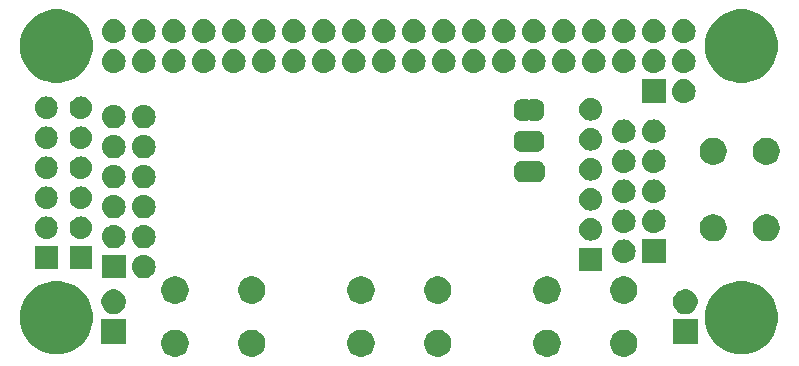
<source format=gbs>
G04 #@! TF.GenerationSoftware,KiCad,Pcbnew,(5.1.4)-1*
G04 #@! TF.CreationDate,2020-09-08T19:59:54+01:00*
G04 #@! TF.ProjectId,rgb-to-hdmi,7267622d-746f-42d6-9864-6d692e6b6963,rev?*
G04 #@! TF.SameCoordinates,Original*
G04 #@! TF.FileFunction,Soldermask,Bot*
G04 #@! TF.FilePolarity,Negative*
%FSLAX46Y46*%
G04 Gerber Fmt 4.6, Leading zero omitted, Abs format (unit mm)*
G04 Created by KiCad (PCBNEW (5.1.4)-1) date 2020-09-08 19:59:54*
%MOMM*%
%LPD*%
G04 APERTURE LIST*
%ADD10C,0.100000*%
G04 APERTURE END LIST*
D10*
G36*
X52139443Y-52041154D02*
G01*
X52348728Y-52127842D01*
X52537081Y-52253696D01*
X52697264Y-52413879D01*
X52823118Y-52602232D01*
X52909806Y-52811517D01*
X52954000Y-53033695D01*
X52954000Y-53260225D01*
X52909806Y-53482403D01*
X52823118Y-53691688D01*
X52697264Y-53880041D01*
X52537081Y-54040224D01*
X52348728Y-54166078D01*
X52139443Y-54252766D01*
X51917265Y-54296960D01*
X51690735Y-54296960D01*
X51468557Y-54252766D01*
X51259272Y-54166078D01*
X51070919Y-54040224D01*
X50910736Y-53880041D01*
X50784882Y-53691688D01*
X50698194Y-53482403D01*
X50654000Y-53260225D01*
X50654000Y-53033695D01*
X50698194Y-52811517D01*
X50784882Y-52602232D01*
X50910736Y-52413879D01*
X51070919Y-52253696D01*
X51259272Y-52127842D01*
X51468557Y-52041154D01*
X51690735Y-51996960D01*
X51917265Y-51996960D01*
X52139443Y-52041154D01*
X52139443Y-52041154D01*
G37*
G36*
X61387443Y-52041154D02*
G01*
X61596728Y-52127842D01*
X61785081Y-52253696D01*
X61945264Y-52413879D01*
X62071118Y-52602232D01*
X62157806Y-52811517D01*
X62202000Y-53033695D01*
X62202000Y-53260225D01*
X62157806Y-53482403D01*
X62071118Y-53691688D01*
X61945264Y-53880041D01*
X61785081Y-54040224D01*
X61596728Y-54166078D01*
X61387443Y-54252766D01*
X61165265Y-54296960D01*
X60938735Y-54296960D01*
X60716557Y-54252766D01*
X60507272Y-54166078D01*
X60318919Y-54040224D01*
X60158736Y-53880041D01*
X60032882Y-53691688D01*
X59946194Y-53482403D01*
X59902000Y-53260225D01*
X59902000Y-53033695D01*
X59946194Y-52811517D01*
X60032882Y-52602232D01*
X60158736Y-52413879D01*
X60318919Y-52253696D01*
X60507272Y-52127842D01*
X60716557Y-52041154D01*
X60938735Y-51996960D01*
X61165265Y-51996960D01*
X61387443Y-52041154D01*
X61387443Y-52041154D01*
G37*
G36*
X67887443Y-52041154D02*
G01*
X68096728Y-52127842D01*
X68285081Y-52253696D01*
X68445264Y-52413879D01*
X68571118Y-52602232D01*
X68657806Y-52811517D01*
X68702000Y-53033695D01*
X68702000Y-53260225D01*
X68657806Y-53482403D01*
X68571118Y-53691688D01*
X68445264Y-53880041D01*
X68285081Y-54040224D01*
X68096728Y-54166078D01*
X67887443Y-54252766D01*
X67665265Y-54296960D01*
X67438735Y-54296960D01*
X67216557Y-54252766D01*
X67007272Y-54166078D01*
X66818919Y-54040224D01*
X66658736Y-53880041D01*
X66532882Y-53691688D01*
X66446194Y-53482403D01*
X66402000Y-53260225D01*
X66402000Y-53033695D01*
X66446194Y-52811517D01*
X66532882Y-52602232D01*
X66658736Y-52413879D01*
X66818919Y-52253696D01*
X67007272Y-52127842D01*
X67216557Y-52041154D01*
X67438735Y-51996960D01*
X67665265Y-51996960D01*
X67887443Y-52041154D01*
X67887443Y-52041154D01*
G37*
G36*
X29891443Y-52041154D02*
G01*
X30100728Y-52127842D01*
X30289081Y-52253696D01*
X30449264Y-52413879D01*
X30575118Y-52602232D01*
X30661806Y-52811517D01*
X30706000Y-53033695D01*
X30706000Y-53260225D01*
X30661806Y-53482403D01*
X30575118Y-53691688D01*
X30449264Y-53880041D01*
X30289081Y-54040224D01*
X30100728Y-54166078D01*
X29891443Y-54252766D01*
X29669265Y-54296960D01*
X29442735Y-54296960D01*
X29220557Y-54252766D01*
X29011272Y-54166078D01*
X28822919Y-54040224D01*
X28662736Y-53880041D01*
X28536882Y-53691688D01*
X28450194Y-53482403D01*
X28406000Y-53260225D01*
X28406000Y-53033695D01*
X28450194Y-52811517D01*
X28536882Y-52602232D01*
X28662736Y-52413879D01*
X28822919Y-52253696D01*
X29011272Y-52127842D01*
X29220557Y-52041154D01*
X29442735Y-51996960D01*
X29669265Y-51996960D01*
X29891443Y-52041154D01*
X29891443Y-52041154D01*
G37*
G36*
X45639443Y-52041154D02*
G01*
X45848728Y-52127842D01*
X46037081Y-52253696D01*
X46197264Y-52413879D01*
X46323118Y-52602232D01*
X46409806Y-52811517D01*
X46454000Y-53033695D01*
X46454000Y-53260225D01*
X46409806Y-53482403D01*
X46323118Y-53691688D01*
X46197264Y-53880041D01*
X46037081Y-54040224D01*
X45848728Y-54166078D01*
X45639443Y-54252766D01*
X45417265Y-54296960D01*
X45190735Y-54296960D01*
X44968557Y-54252766D01*
X44759272Y-54166078D01*
X44570919Y-54040224D01*
X44410736Y-53880041D01*
X44284882Y-53691688D01*
X44198194Y-53482403D01*
X44154000Y-53260225D01*
X44154000Y-53033695D01*
X44198194Y-52811517D01*
X44284882Y-52602232D01*
X44410736Y-52413879D01*
X44570919Y-52253696D01*
X44759272Y-52127842D01*
X44968557Y-52041154D01*
X45190735Y-51996960D01*
X45417265Y-51996960D01*
X45639443Y-52041154D01*
X45639443Y-52041154D01*
G37*
G36*
X36391443Y-52041154D02*
G01*
X36600728Y-52127842D01*
X36789081Y-52253696D01*
X36949264Y-52413879D01*
X37075118Y-52602232D01*
X37161806Y-52811517D01*
X37206000Y-53033695D01*
X37206000Y-53260225D01*
X37161806Y-53482403D01*
X37075118Y-53691688D01*
X36949264Y-53880041D01*
X36789081Y-54040224D01*
X36600728Y-54166078D01*
X36391443Y-54252766D01*
X36169265Y-54296960D01*
X35942735Y-54296960D01*
X35720557Y-54252766D01*
X35511272Y-54166078D01*
X35322919Y-54040224D01*
X35162736Y-53880041D01*
X35036882Y-53691688D01*
X34950194Y-53482403D01*
X34906000Y-53260225D01*
X34906000Y-53033695D01*
X34950194Y-52811517D01*
X35036882Y-52602232D01*
X35162736Y-52413879D01*
X35322919Y-52253696D01*
X35511272Y-52127842D01*
X35720557Y-52041154D01*
X35942735Y-51996960D01*
X36169265Y-51996960D01*
X36391443Y-52041154D01*
X36391443Y-52041154D01*
G37*
G36*
X78404237Y-48019131D02*
G01*
X78968401Y-48252815D01*
X79476135Y-48592072D01*
X79907928Y-49023865D01*
X80247185Y-49531599D01*
X80338795Y-49752766D01*
X80480869Y-50095763D01*
X80589246Y-50640610D01*
X80600000Y-50694677D01*
X80600000Y-51305323D01*
X80480869Y-51904237D01*
X80247185Y-52468401D01*
X79907928Y-52976135D01*
X79476135Y-53407928D01*
X78968401Y-53747185D01*
X78404237Y-53980869D01*
X77805324Y-54100000D01*
X77194676Y-54100000D01*
X76595763Y-53980869D01*
X76031599Y-53747185D01*
X75523865Y-53407928D01*
X75092072Y-52976135D01*
X74752815Y-52468401D01*
X74519131Y-51904237D01*
X74400000Y-51305323D01*
X74400000Y-50694677D01*
X74410755Y-50640610D01*
X74519131Y-50095763D01*
X74661205Y-49752766D01*
X74752815Y-49531599D01*
X75092072Y-49023865D01*
X75523865Y-48592072D01*
X76031599Y-48252815D01*
X76595763Y-48019131D01*
X77194676Y-47900000D01*
X77805324Y-47900000D01*
X78404237Y-48019131D01*
X78404237Y-48019131D01*
G37*
G36*
X20404237Y-48019131D02*
G01*
X20968401Y-48252815D01*
X21476135Y-48592072D01*
X21907928Y-49023865D01*
X22247185Y-49531599D01*
X22338795Y-49752766D01*
X22480869Y-50095763D01*
X22589246Y-50640610D01*
X22600000Y-50694677D01*
X22600000Y-51305323D01*
X22480869Y-51904237D01*
X22247185Y-52468401D01*
X21907928Y-52976135D01*
X21476135Y-53407928D01*
X20968401Y-53747185D01*
X20404237Y-53980869D01*
X19805324Y-54100000D01*
X19194676Y-54100000D01*
X18595763Y-53980869D01*
X18031599Y-53747185D01*
X17523865Y-53407928D01*
X17092072Y-52976135D01*
X16752815Y-52468401D01*
X16519131Y-51904237D01*
X16400000Y-51305323D01*
X16400000Y-50694677D01*
X16410755Y-50640610D01*
X16519131Y-50095763D01*
X16661205Y-49752766D01*
X16752815Y-49531599D01*
X17092072Y-49023865D01*
X17523865Y-48592072D01*
X18031599Y-48252815D01*
X18595763Y-48019131D01*
X19194676Y-47900000D01*
X19805324Y-47900000D01*
X20404237Y-48019131D01*
X20404237Y-48019131D01*
G37*
G36*
X25399000Y-53220960D02*
G01*
X23299000Y-53220960D01*
X23299000Y-51120960D01*
X25399000Y-51120960D01*
X25399000Y-53220960D01*
X25399000Y-53220960D01*
G37*
G36*
X73809000Y-53220960D02*
G01*
X71709000Y-53220960D01*
X71709000Y-51120960D01*
X73809000Y-51120960D01*
X73809000Y-53220960D01*
X73809000Y-53220960D01*
G37*
G36*
X24655274Y-48621310D02*
G01*
X24846362Y-48700462D01*
X25018336Y-48815371D01*
X25164589Y-48961624D01*
X25279498Y-49133598D01*
X25358650Y-49324686D01*
X25399000Y-49527544D01*
X25399000Y-49734376D01*
X25358650Y-49937234D01*
X25279498Y-50128322D01*
X25164589Y-50300296D01*
X25018336Y-50446549D01*
X24846362Y-50561458D01*
X24655274Y-50640610D01*
X24452416Y-50680960D01*
X24245584Y-50680960D01*
X24042726Y-50640610D01*
X23851638Y-50561458D01*
X23679664Y-50446549D01*
X23533411Y-50300296D01*
X23418502Y-50128322D01*
X23339350Y-49937234D01*
X23299000Y-49734376D01*
X23299000Y-49527544D01*
X23339350Y-49324686D01*
X23418502Y-49133598D01*
X23533411Y-48961624D01*
X23679664Y-48815371D01*
X23851638Y-48700462D01*
X24042726Y-48621310D01*
X24245584Y-48580960D01*
X24452416Y-48580960D01*
X24655274Y-48621310D01*
X24655274Y-48621310D01*
G37*
G36*
X73065274Y-48621310D02*
G01*
X73256362Y-48700462D01*
X73428336Y-48815371D01*
X73574589Y-48961624D01*
X73689498Y-49133598D01*
X73768650Y-49324686D01*
X73809000Y-49527544D01*
X73809000Y-49734376D01*
X73768650Y-49937234D01*
X73689498Y-50128322D01*
X73574589Y-50300296D01*
X73428336Y-50446549D01*
X73256362Y-50561458D01*
X73065274Y-50640610D01*
X72862416Y-50680960D01*
X72655584Y-50680960D01*
X72452726Y-50640610D01*
X72261638Y-50561458D01*
X72089664Y-50446549D01*
X71943411Y-50300296D01*
X71828502Y-50128322D01*
X71749350Y-49937234D01*
X71709000Y-49734376D01*
X71709000Y-49527544D01*
X71749350Y-49324686D01*
X71828502Y-49133598D01*
X71943411Y-48961624D01*
X72089664Y-48815371D01*
X72261638Y-48700462D01*
X72452726Y-48621310D01*
X72655584Y-48580960D01*
X72862416Y-48580960D01*
X73065274Y-48621310D01*
X73065274Y-48621310D01*
G37*
G36*
X36391443Y-47541154D02*
G01*
X36600728Y-47627842D01*
X36789081Y-47753696D01*
X36949264Y-47913879D01*
X37075118Y-48102232D01*
X37161806Y-48311517D01*
X37206000Y-48533695D01*
X37206000Y-48760225D01*
X37161806Y-48982403D01*
X37075118Y-49191688D01*
X36949264Y-49380041D01*
X36789081Y-49540224D01*
X36600728Y-49666078D01*
X36391443Y-49752766D01*
X36169265Y-49796960D01*
X35942735Y-49796960D01*
X35720557Y-49752766D01*
X35511272Y-49666078D01*
X35322919Y-49540224D01*
X35162736Y-49380041D01*
X35036882Y-49191688D01*
X34950194Y-48982403D01*
X34906000Y-48760225D01*
X34906000Y-48533695D01*
X34950194Y-48311517D01*
X35036882Y-48102232D01*
X35162736Y-47913879D01*
X35322919Y-47753696D01*
X35511272Y-47627842D01*
X35720557Y-47541154D01*
X35942735Y-47496960D01*
X36169265Y-47496960D01*
X36391443Y-47541154D01*
X36391443Y-47541154D01*
G37*
G36*
X67887443Y-47541154D02*
G01*
X68096728Y-47627842D01*
X68285081Y-47753696D01*
X68445264Y-47913879D01*
X68571118Y-48102232D01*
X68657806Y-48311517D01*
X68702000Y-48533695D01*
X68702000Y-48760225D01*
X68657806Y-48982403D01*
X68571118Y-49191688D01*
X68445264Y-49380041D01*
X68285081Y-49540224D01*
X68096728Y-49666078D01*
X67887443Y-49752766D01*
X67665265Y-49796960D01*
X67438735Y-49796960D01*
X67216557Y-49752766D01*
X67007272Y-49666078D01*
X66818919Y-49540224D01*
X66658736Y-49380041D01*
X66532882Y-49191688D01*
X66446194Y-48982403D01*
X66402000Y-48760225D01*
X66402000Y-48533695D01*
X66446194Y-48311517D01*
X66532882Y-48102232D01*
X66658736Y-47913879D01*
X66818919Y-47753696D01*
X67007272Y-47627842D01*
X67216557Y-47541154D01*
X67438735Y-47496960D01*
X67665265Y-47496960D01*
X67887443Y-47541154D01*
X67887443Y-47541154D01*
G37*
G36*
X61387443Y-47541154D02*
G01*
X61596728Y-47627842D01*
X61785081Y-47753696D01*
X61945264Y-47913879D01*
X62071118Y-48102232D01*
X62157806Y-48311517D01*
X62202000Y-48533695D01*
X62202000Y-48760225D01*
X62157806Y-48982403D01*
X62071118Y-49191688D01*
X61945264Y-49380041D01*
X61785081Y-49540224D01*
X61596728Y-49666078D01*
X61387443Y-49752766D01*
X61165265Y-49796960D01*
X60938735Y-49796960D01*
X60716557Y-49752766D01*
X60507272Y-49666078D01*
X60318919Y-49540224D01*
X60158736Y-49380041D01*
X60032882Y-49191688D01*
X59946194Y-48982403D01*
X59902000Y-48760225D01*
X59902000Y-48533695D01*
X59946194Y-48311517D01*
X60032882Y-48102232D01*
X60158736Y-47913879D01*
X60318919Y-47753696D01*
X60507272Y-47627842D01*
X60716557Y-47541154D01*
X60938735Y-47496960D01*
X61165265Y-47496960D01*
X61387443Y-47541154D01*
X61387443Y-47541154D01*
G37*
G36*
X52139443Y-47541154D02*
G01*
X52348728Y-47627842D01*
X52537081Y-47753696D01*
X52697264Y-47913879D01*
X52823118Y-48102232D01*
X52909806Y-48311517D01*
X52954000Y-48533695D01*
X52954000Y-48760225D01*
X52909806Y-48982403D01*
X52823118Y-49191688D01*
X52697264Y-49380041D01*
X52537081Y-49540224D01*
X52348728Y-49666078D01*
X52139443Y-49752766D01*
X51917265Y-49796960D01*
X51690735Y-49796960D01*
X51468557Y-49752766D01*
X51259272Y-49666078D01*
X51070919Y-49540224D01*
X50910736Y-49380041D01*
X50784882Y-49191688D01*
X50698194Y-48982403D01*
X50654000Y-48760225D01*
X50654000Y-48533695D01*
X50698194Y-48311517D01*
X50784882Y-48102232D01*
X50910736Y-47913879D01*
X51070919Y-47753696D01*
X51259272Y-47627842D01*
X51468557Y-47541154D01*
X51690735Y-47496960D01*
X51917265Y-47496960D01*
X52139443Y-47541154D01*
X52139443Y-47541154D01*
G37*
G36*
X29891443Y-47541154D02*
G01*
X30100728Y-47627842D01*
X30289081Y-47753696D01*
X30449264Y-47913879D01*
X30575118Y-48102232D01*
X30661806Y-48311517D01*
X30706000Y-48533695D01*
X30706000Y-48760225D01*
X30661806Y-48982403D01*
X30575118Y-49191688D01*
X30449264Y-49380041D01*
X30289081Y-49540224D01*
X30100728Y-49666078D01*
X29891443Y-49752766D01*
X29669265Y-49796960D01*
X29442735Y-49796960D01*
X29220557Y-49752766D01*
X29011272Y-49666078D01*
X28822919Y-49540224D01*
X28662736Y-49380041D01*
X28536882Y-49191688D01*
X28450194Y-48982403D01*
X28406000Y-48760225D01*
X28406000Y-48533695D01*
X28450194Y-48311517D01*
X28536882Y-48102232D01*
X28662736Y-47913879D01*
X28822919Y-47753696D01*
X29011272Y-47627842D01*
X29220557Y-47541154D01*
X29442735Y-47496960D01*
X29669265Y-47496960D01*
X29891443Y-47541154D01*
X29891443Y-47541154D01*
G37*
G36*
X45639443Y-47541154D02*
G01*
X45848728Y-47627842D01*
X46037081Y-47753696D01*
X46197264Y-47913879D01*
X46323118Y-48102232D01*
X46409806Y-48311517D01*
X46454000Y-48533695D01*
X46454000Y-48760225D01*
X46409806Y-48982403D01*
X46323118Y-49191688D01*
X46197264Y-49380041D01*
X46037081Y-49540224D01*
X45848728Y-49666078D01*
X45639443Y-49752766D01*
X45417265Y-49796960D01*
X45190735Y-49796960D01*
X44968557Y-49752766D01*
X44759272Y-49666078D01*
X44570919Y-49540224D01*
X44410736Y-49380041D01*
X44284882Y-49191688D01*
X44198194Y-48982403D01*
X44154000Y-48760225D01*
X44154000Y-48533695D01*
X44198194Y-48311517D01*
X44284882Y-48102232D01*
X44410736Y-47913879D01*
X44570919Y-47753696D01*
X44759272Y-47627842D01*
X44968557Y-47541154D01*
X45190735Y-47496960D01*
X45417265Y-47496960D01*
X45639443Y-47541154D01*
X45639443Y-47541154D01*
G37*
G36*
X27108036Y-45684429D02*
G01*
X27296533Y-45741609D01*
X27458265Y-45828058D01*
X27470258Y-45834468D01*
X27622528Y-45959432D01*
X27747492Y-46111702D01*
X27747493Y-46111704D01*
X27840351Y-46285427D01*
X27897531Y-46473924D01*
X27916838Y-46669960D01*
X27897531Y-46865996D01*
X27840351Y-47054493D01*
X27753902Y-47216225D01*
X27747492Y-47228218D01*
X27622528Y-47380488D01*
X27470258Y-47505452D01*
X27470256Y-47505453D01*
X27296533Y-47598311D01*
X27108036Y-47655491D01*
X26961125Y-47669960D01*
X26862875Y-47669960D01*
X26715964Y-47655491D01*
X26527467Y-47598311D01*
X26353744Y-47505453D01*
X26353742Y-47505452D01*
X26201472Y-47380488D01*
X26076508Y-47228218D01*
X26070098Y-47216225D01*
X25983649Y-47054493D01*
X25926469Y-46865996D01*
X25907162Y-46669960D01*
X25926469Y-46473924D01*
X25983649Y-46285427D01*
X26076507Y-46111704D01*
X26076508Y-46111702D01*
X26201472Y-45959432D01*
X26353742Y-45834468D01*
X26365735Y-45828058D01*
X26527467Y-45741609D01*
X26715964Y-45684429D01*
X26862875Y-45669960D01*
X26961125Y-45669960D01*
X27108036Y-45684429D01*
X27108036Y-45684429D01*
G37*
G36*
X25372000Y-47669960D02*
G01*
X23372000Y-47669960D01*
X23372000Y-45669960D01*
X25372000Y-45669960D01*
X25372000Y-47669960D01*
X25372000Y-47669960D01*
G37*
G36*
X65687800Y-47010360D02*
G01*
X63787800Y-47010360D01*
X63787800Y-45110360D01*
X65687800Y-45110360D01*
X65687800Y-47010360D01*
X65687800Y-47010360D01*
G37*
G36*
X19607000Y-46857960D02*
G01*
X17707000Y-46857960D01*
X17707000Y-44957960D01*
X19607000Y-44957960D01*
X19607000Y-46857960D01*
X19607000Y-46857960D01*
G37*
G36*
X22528000Y-46857960D02*
G01*
X20628000Y-46857960D01*
X20628000Y-44957960D01*
X22528000Y-44957960D01*
X22528000Y-46857960D01*
X22528000Y-46857960D01*
G37*
G36*
X67753236Y-44389029D02*
G01*
X67941733Y-44446209D01*
X68103465Y-44532658D01*
X68115458Y-44539068D01*
X68267728Y-44664032D01*
X68392692Y-44816302D01*
X68392693Y-44816304D01*
X68485551Y-44990027D01*
X68542731Y-45178524D01*
X68562038Y-45374560D01*
X68542731Y-45570596D01*
X68485551Y-45759093D01*
X68399102Y-45920825D01*
X68392692Y-45932818D01*
X68267728Y-46085088D01*
X68115458Y-46210052D01*
X68115456Y-46210053D01*
X67941733Y-46302911D01*
X67753236Y-46360091D01*
X67606325Y-46374560D01*
X67508075Y-46374560D01*
X67361164Y-46360091D01*
X67172667Y-46302911D01*
X66998944Y-46210053D01*
X66998942Y-46210052D01*
X66846672Y-46085088D01*
X66721708Y-45932818D01*
X66715298Y-45920825D01*
X66628849Y-45759093D01*
X66571669Y-45570596D01*
X66552362Y-45374560D01*
X66571669Y-45178524D01*
X66628849Y-44990027D01*
X66721707Y-44816304D01*
X66721708Y-44816302D01*
X66846672Y-44664032D01*
X66998942Y-44539068D01*
X67010935Y-44532658D01*
X67172667Y-44446209D01*
X67361164Y-44389029D01*
X67508075Y-44374560D01*
X67606325Y-44374560D01*
X67753236Y-44389029D01*
X67753236Y-44389029D01*
G37*
G36*
X71097200Y-46374560D02*
G01*
X69097200Y-46374560D01*
X69097200Y-44374560D01*
X71097200Y-44374560D01*
X71097200Y-46374560D01*
X71097200Y-46374560D01*
G37*
G36*
X27108036Y-43144429D02*
G01*
X27296533Y-43201609D01*
X27438878Y-43277695D01*
X27470258Y-43294468D01*
X27622528Y-43419432D01*
X27747492Y-43571702D01*
X27747493Y-43571704D01*
X27840351Y-43745427D01*
X27897531Y-43933924D01*
X27916838Y-44129960D01*
X27897531Y-44325996D01*
X27840351Y-44514493D01*
X27760420Y-44664032D01*
X27747492Y-44688218D01*
X27622528Y-44840488D01*
X27470258Y-44965452D01*
X27470256Y-44965453D01*
X27296533Y-45058311D01*
X27108036Y-45115491D01*
X26961125Y-45129960D01*
X26862875Y-45129960D01*
X26715964Y-45115491D01*
X26527467Y-45058311D01*
X26353744Y-44965453D01*
X26353742Y-44965452D01*
X26201472Y-44840488D01*
X26076508Y-44688218D01*
X26063580Y-44664032D01*
X25983649Y-44514493D01*
X25926469Y-44325996D01*
X25907162Y-44129960D01*
X25926469Y-43933924D01*
X25983649Y-43745427D01*
X26076507Y-43571704D01*
X26076508Y-43571702D01*
X26201472Y-43419432D01*
X26353742Y-43294468D01*
X26385122Y-43277695D01*
X26527467Y-43201609D01*
X26715964Y-43144429D01*
X26862875Y-43129960D01*
X26961125Y-43129960D01*
X27108036Y-43144429D01*
X27108036Y-43144429D01*
G37*
G36*
X24568036Y-43144429D02*
G01*
X24756533Y-43201609D01*
X24898878Y-43277695D01*
X24930258Y-43294468D01*
X25082528Y-43419432D01*
X25207492Y-43571702D01*
X25207493Y-43571704D01*
X25300351Y-43745427D01*
X25357531Y-43933924D01*
X25376838Y-44129960D01*
X25357531Y-44325996D01*
X25300351Y-44514493D01*
X25220420Y-44664032D01*
X25207492Y-44688218D01*
X25082528Y-44840488D01*
X24930258Y-44965452D01*
X24930256Y-44965453D01*
X24756533Y-45058311D01*
X24568036Y-45115491D01*
X24421125Y-45129960D01*
X24322875Y-45129960D01*
X24175964Y-45115491D01*
X23987467Y-45058311D01*
X23813744Y-44965453D01*
X23813742Y-44965452D01*
X23661472Y-44840488D01*
X23536508Y-44688218D01*
X23523580Y-44664032D01*
X23443649Y-44514493D01*
X23386469Y-44325996D01*
X23367162Y-44129960D01*
X23386469Y-43933924D01*
X23443649Y-43745427D01*
X23536507Y-43571704D01*
X23536508Y-43571702D01*
X23661472Y-43419432D01*
X23813742Y-43294468D01*
X23845122Y-43277695D01*
X23987467Y-43201609D01*
X24175964Y-43144429D01*
X24322875Y-43129960D01*
X24421125Y-43129960D01*
X24568036Y-43144429D01*
X24568036Y-43144429D01*
G37*
G36*
X75452443Y-42285154D02*
G01*
X75661728Y-42371842D01*
X75850081Y-42497696D01*
X76010264Y-42657879D01*
X76136118Y-42846232D01*
X76222806Y-43055517D01*
X76267000Y-43277695D01*
X76267000Y-43504225D01*
X76222806Y-43726403D01*
X76136118Y-43935688D01*
X76010264Y-44124041D01*
X75850081Y-44284224D01*
X75661728Y-44410078D01*
X75452443Y-44496766D01*
X75230265Y-44540960D01*
X75003735Y-44540960D01*
X74781557Y-44496766D01*
X74572272Y-44410078D01*
X74383919Y-44284224D01*
X74223736Y-44124041D01*
X74097882Y-43935688D01*
X74011194Y-43726403D01*
X73967000Y-43504225D01*
X73967000Y-43277695D01*
X74011194Y-43055517D01*
X74097882Y-42846232D01*
X74223736Y-42657879D01*
X74383919Y-42497696D01*
X74572272Y-42371842D01*
X74781557Y-42285154D01*
X75003735Y-42240960D01*
X75230265Y-42240960D01*
X75452443Y-42285154D01*
X75452443Y-42285154D01*
G37*
G36*
X79952443Y-42285154D02*
G01*
X80161728Y-42371842D01*
X80350081Y-42497696D01*
X80510264Y-42657879D01*
X80636118Y-42846232D01*
X80722806Y-43055517D01*
X80767000Y-43277695D01*
X80767000Y-43504225D01*
X80722806Y-43726403D01*
X80636118Y-43935688D01*
X80510264Y-44124041D01*
X80350081Y-44284224D01*
X80161728Y-44410078D01*
X79952443Y-44496766D01*
X79730265Y-44540960D01*
X79503735Y-44540960D01*
X79281557Y-44496766D01*
X79072272Y-44410078D01*
X78883919Y-44284224D01*
X78723736Y-44124041D01*
X78597882Y-43935688D01*
X78511194Y-43726403D01*
X78467000Y-43504225D01*
X78467000Y-43277695D01*
X78511194Y-43055517D01*
X78597882Y-42846232D01*
X78723736Y-42657879D01*
X78883919Y-42497696D01*
X79072272Y-42371842D01*
X79281557Y-42285154D01*
X79503735Y-42240960D01*
X79730265Y-42240960D01*
X79952443Y-42285154D01*
X79952443Y-42285154D01*
G37*
G36*
X64924034Y-42584106D02*
G01*
X65103109Y-42638428D01*
X65268142Y-42726640D01*
X65268143Y-42726641D01*
X65268145Y-42726642D01*
X65399642Y-42834560D01*
X65412801Y-42845359D01*
X65531520Y-42990018D01*
X65619732Y-43155051D01*
X65674054Y-43334126D01*
X65692396Y-43520360D01*
X65674054Y-43706594D01*
X65619732Y-43885669D01*
X65531520Y-44050702D01*
X65531518Y-44050705D01*
X65412801Y-44195361D01*
X65268145Y-44314078D01*
X65268143Y-44314079D01*
X65268142Y-44314080D01*
X65103109Y-44402292D01*
X64924034Y-44456614D01*
X64784465Y-44470360D01*
X64691135Y-44470360D01*
X64551566Y-44456614D01*
X64372491Y-44402292D01*
X64207458Y-44314080D01*
X64207457Y-44314079D01*
X64207455Y-44314078D01*
X64062799Y-44195361D01*
X63944082Y-44050705D01*
X63944080Y-44050702D01*
X63855868Y-43885669D01*
X63801546Y-43706594D01*
X63783204Y-43520360D01*
X63801546Y-43334126D01*
X63855868Y-43155051D01*
X63944080Y-42990018D01*
X64062799Y-42845359D01*
X64075958Y-42834560D01*
X64207455Y-42726642D01*
X64207457Y-42726641D01*
X64207458Y-42726640D01*
X64372491Y-42638428D01*
X64551566Y-42584106D01*
X64691135Y-42570360D01*
X64784465Y-42570360D01*
X64924034Y-42584106D01*
X64924034Y-42584106D01*
G37*
G36*
X21764234Y-42431706D02*
G01*
X21943309Y-42486028D01*
X22108342Y-42574240D01*
X22108343Y-42574241D01*
X22108345Y-42574242D01*
X22253001Y-42692959D01*
X22369211Y-42834560D01*
X22371720Y-42837618D01*
X22459932Y-43002651D01*
X22514254Y-43181726D01*
X22532596Y-43367960D01*
X22514254Y-43554194D01*
X22459932Y-43733269D01*
X22378473Y-43885668D01*
X22371718Y-43898305D01*
X22253001Y-44042961D01*
X22108345Y-44161678D01*
X22108343Y-44161679D01*
X22108342Y-44161680D01*
X21943309Y-44249892D01*
X21764234Y-44304214D01*
X21624665Y-44317960D01*
X21531335Y-44317960D01*
X21391766Y-44304214D01*
X21212691Y-44249892D01*
X21047658Y-44161680D01*
X21047657Y-44161679D01*
X21047655Y-44161678D01*
X20902999Y-44042961D01*
X20784282Y-43898305D01*
X20777527Y-43885668D01*
X20696068Y-43733269D01*
X20641746Y-43554194D01*
X20623404Y-43367960D01*
X20641746Y-43181726D01*
X20696068Y-43002651D01*
X20784280Y-42837618D01*
X20786790Y-42834560D01*
X20902999Y-42692959D01*
X21047655Y-42574242D01*
X21047657Y-42574241D01*
X21047658Y-42574240D01*
X21212691Y-42486028D01*
X21391766Y-42431706D01*
X21531335Y-42417960D01*
X21624665Y-42417960D01*
X21764234Y-42431706D01*
X21764234Y-42431706D01*
G37*
G36*
X18843234Y-42431706D02*
G01*
X19022309Y-42486028D01*
X19187342Y-42574240D01*
X19187343Y-42574241D01*
X19187345Y-42574242D01*
X19332001Y-42692959D01*
X19448211Y-42834560D01*
X19450720Y-42837618D01*
X19538932Y-43002651D01*
X19593254Y-43181726D01*
X19611596Y-43367960D01*
X19593254Y-43554194D01*
X19538932Y-43733269D01*
X19457473Y-43885668D01*
X19450718Y-43898305D01*
X19332001Y-44042961D01*
X19187345Y-44161678D01*
X19187343Y-44161679D01*
X19187342Y-44161680D01*
X19022309Y-44249892D01*
X18843234Y-44304214D01*
X18703665Y-44317960D01*
X18610335Y-44317960D01*
X18470766Y-44304214D01*
X18291691Y-44249892D01*
X18126658Y-44161680D01*
X18126657Y-44161679D01*
X18126655Y-44161678D01*
X17981999Y-44042961D01*
X17863282Y-43898305D01*
X17856527Y-43885668D01*
X17775068Y-43733269D01*
X17720746Y-43554194D01*
X17702404Y-43367960D01*
X17720746Y-43181726D01*
X17775068Y-43002651D01*
X17863280Y-42837618D01*
X17865790Y-42834560D01*
X17981999Y-42692959D01*
X18126655Y-42574242D01*
X18126657Y-42574241D01*
X18126658Y-42574240D01*
X18291691Y-42486028D01*
X18470766Y-42431706D01*
X18610335Y-42417960D01*
X18703665Y-42417960D01*
X18843234Y-42431706D01*
X18843234Y-42431706D01*
G37*
G36*
X70293236Y-41849029D02*
G01*
X70481733Y-41906209D01*
X70643465Y-41992658D01*
X70655458Y-41999068D01*
X70807728Y-42124032D01*
X70932692Y-42276302D01*
X70932693Y-42276304D01*
X71025551Y-42450027D01*
X71082731Y-42638524D01*
X71102038Y-42834560D01*
X71082731Y-43030596D01*
X71025551Y-43219093D01*
X70945979Y-43367960D01*
X70932692Y-43392818D01*
X70807728Y-43545088D01*
X70655458Y-43670052D01*
X70655456Y-43670053D01*
X70481733Y-43762911D01*
X70293236Y-43820091D01*
X70146325Y-43834560D01*
X70048075Y-43834560D01*
X69901164Y-43820091D01*
X69712667Y-43762911D01*
X69538944Y-43670053D01*
X69538942Y-43670052D01*
X69386672Y-43545088D01*
X69261708Y-43392818D01*
X69248421Y-43367960D01*
X69168849Y-43219093D01*
X69111669Y-43030596D01*
X69092362Y-42834560D01*
X69111669Y-42638524D01*
X69168849Y-42450027D01*
X69261707Y-42276304D01*
X69261708Y-42276302D01*
X69386672Y-42124032D01*
X69538942Y-41999068D01*
X69550935Y-41992658D01*
X69712667Y-41906209D01*
X69901164Y-41849029D01*
X70048075Y-41834560D01*
X70146325Y-41834560D01*
X70293236Y-41849029D01*
X70293236Y-41849029D01*
G37*
G36*
X67753236Y-41849029D02*
G01*
X67941733Y-41906209D01*
X68103465Y-41992658D01*
X68115458Y-41999068D01*
X68267728Y-42124032D01*
X68392692Y-42276302D01*
X68392693Y-42276304D01*
X68485551Y-42450027D01*
X68542731Y-42638524D01*
X68562038Y-42834560D01*
X68542731Y-43030596D01*
X68485551Y-43219093D01*
X68405979Y-43367960D01*
X68392692Y-43392818D01*
X68267728Y-43545088D01*
X68115458Y-43670052D01*
X68115456Y-43670053D01*
X67941733Y-43762911D01*
X67753236Y-43820091D01*
X67606325Y-43834560D01*
X67508075Y-43834560D01*
X67361164Y-43820091D01*
X67172667Y-43762911D01*
X66998944Y-43670053D01*
X66998942Y-43670052D01*
X66846672Y-43545088D01*
X66721708Y-43392818D01*
X66708421Y-43367960D01*
X66628849Y-43219093D01*
X66571669Y-43030596D01*
X66552362Y-42834560D01*
X66571669Y-42638524D01*
X66628849Y-42450027D01*
X66721707Y-42276304D01*
X66721708Y-42276302D01*
X66846672Y-42124032D01*
X66998942Y-41999068D01*
X67010935Y-41992658D01*
X67172667Y-41906209D01*
X67361164Y-41849029D01*
X67508075Y-41834560D01*
X67606325Y-41834560D01*
X67753236Y-41849029D01*
X67753236Y-41849029D01*
G37*
G36*
X27108036Y-40604429D02*
G01*
X27296533Y-40661609D01*
X27458265Y-40748058D01*
X27470258Y-40754468D01*
X27622528Y-40879432D01*
X27747492Y-41031702D01*
X27747493Y-41031704D01*
X27840351Y-41205427D01*
X27897531Y-41393924D01*
X27916838Y-41589960D01*
X27897531Y-41785996D01*
X27840351Y-41974493D01*
X27760420Y-42124032D01*
X27747492Y-42148218D01*
X27622528Y-42300488D01*
X27470258Y-42425452D01*
X27470256Y-42425453D01*
X27296533Y-42518311D01*
X27108036Y-42575491D01*
X26961125Y-42589960D01*
X26862875Y-42589960D01*
X26715964Y-42575491D01*
X26527467Y-42518311D01*
X26353744Y-42425453D01*
X26353742Y-42425452D01*
X26201472Y-42300488D01*
X26076508Y-42148218D01*
X26063580Y-42124032D01*
X25983649Y-41974493D01*
X25926469Y-41785996D01*
X25907162Y-41589960D01*
X25926469Y-41393924D01*
X25983649Y-41205427D01*
X26076507Y-41031704D01*
X26076508Y-41031702D01*
X26201472Y-40879432D01*
X26353742Y-40754468D01*
X26365735Y-40748058D01*
X26527467Y-40661609D01*
X26715964Y-40604429D01*
X26862875Y-40589960D01*
X26961125Y-40589960D01*
X27108036Y-40604429D01*
X27108036Y-40604429D01*
G37*
G36*
X24568036Y-40604429D02*
G01*
X24756533Y-40661609D01*
X24918265Y-40748058D01*
X24930258Y-40754468D01*
X25082528Y-40879432D01*
X25207492Y-41031702D01*
X25207493Y-41031704D01*
X25300351Y-41205427D01*
X25357531Y-41393924D01*
X25376838Y-41589960D01*
X25357531Y-41785996D01*
X25300351Y-41974493D01*
X25220420Y-42124032D01*
X25207492Y-42148218D01*
X25082528Y-42300488D01*
X24930258Y-42425452D01*
X24930256Y-42425453D01*
X24756533Y-42518311D01*
X24568036Y-42575491D01*
X24421125Y-42589960D01*
X24322875Y-42589960D01*
X24175964Y-42575491D01*
X23987467Y-42518311D01*
X23813744Y-42425453D01*
X23813742Y-42425452D01*
X23661472Y-42300488D01*
X23536508Y-42148218D01*
X23523580Y-42124032D01*
X23443649Y-41974493D01*
X23386469Y-41785996D01*
X23367162Y-41589960D01*
X23386469Y-41393924D01*
X23443649Y-41205427D01*
X23536507Y-41031704D01*
X23536508Y-41031702D01*
X23661472Y-40879432D01*
X23813742Y-40754468D01*
X23825735Y-40748058D01*
X23987467Y-40661609D01*
X24175964Y-40604429D01*
X24322875Y-40589960D01*
X24421125Y-40589960D01*
X24568036Y-40604429D01*
X24568036Y-40604429D01*
G37*
G36*
X64924034Y-40044106D02*
G01*
X65103109Y-40098428D01*
X65268142Y-40186640D01*
X65268143Y-40186641D01*
X65268145Y-40186642D01*
X65399642Y-40294560D01*
X65412801Y-40305359D01*
X65531520Y-40450018D01*
X65619732Y-40615051D01*
X65674054Y-40794126D01*
X65692396Y-40980360D01*
X65674054Y-41166594D01*
X65619732Y-41345669D01*
X65531520Y-41510702D01*
X65531518Y-41510705D01*
X65412801Y-41655361D01*
X65268145Y-41774078D01*
X65268143Y-41774079D01*
X65268142Y-41774080D01*
X65103109Y-41862292D01*
X64924034Y-41916614D01*
X64784465Y-41930360D01*
X64691135Y-41930360D01*
X64551566Y-41916614D01*
X64372491Y-41862292D01*
X64207458Y-41774080D01*
X64207457Y-41774079D01*
X64207455Y-41774078D01*
X64062799Y-41655361D01*
X63944082Y-41510705D01*
X63944080Y-41510702D01*
X63855868Y-41345669D01*
X63801546Y-41166594D01*
X63783204Y-40980360D01*
X63801546Y-40794126D01*
X63855868Y-40615051D01*
X63944080Y-40450018D01*
X64062799Y-40305359D01*
X64075958Y-40294560D01*
X64207455Y-40186642D01*
X64207457Y-40186641D01*
X64207458Y-40186640D01*
X64372491Y-40098428D01*
X64551566Y-40044106D01*
X64691135Y-40030360D01*
X64784465Y-40030360D01*
X64924034Y-40044106D01*
X64924034Y-40044106D01*
G37*
G36*
X21764234Y-39891706D02*
G01*
X21943309Y-39946028D01*
X22108342Y-40034240D01*
X22108343Y-40034241D01*
X22108345Y-40034242D01*
X22253001Y-40152959D01*
X22369211Y-40294560D01*
X22371720Y-40297618D01*
X22459932Y-40462651D01*
X22514254Y-40641726D01*
X22532596Y-40827960D01*
X22514254Y-41014194D01*
X22459932Y-41193269D01*
X22378473Y-41345668D01*
X22371718Y-41358305D01*
X22253001Y-41502961D01*
X22108345Y-41621678D01*
X22108343Y-41621679D01*
X22108342Y-41621680D01*
X21943309Y-41709892D01*
X21764234Y-41764214D01*
X21624665Y-41777960D01*
X21531335Y-41777960D01*
X21391766Y-41764214D01*
X21212691Y-41709892D01*
X21047658Y-41621680D01*
X21047657Y-41621679D01*
X21047655Y-41621678D01*
X20902999Y-41502961D01*
X20784282Y-41358305D01*
X20777527Y-41345668D01*
X20696068Y-41193269D01*
X20641746Y-41014194D01*
X20623404Y-40827960D01*
X20641746Y-40641726D01*
X20696068Y-40462651D01*
X20784280Y-40297618D01*
X20786790Y-40294560D01*
X20902999Y-40152959D01*
X21047655Y-40034242D01*
X21047657Y-40034241D01*
X21047658Y-40034240D01*
X21212691Y-39946028D01*
X21391766Y-39891706D01*
X21531335Y-39877960D01*
X21624665Y-39877960D01*
X21764234Y-39891706D01*
X21764234Y-39891706D01*
G37*
G36*
X18843234Y-39891706D02*
G01*
X19022309Y-39946028D01*
X19187342Y-40034240D01*
X19187343Y-40034241D01*
X19187345Y-40034242D01*
X19332001Y-40152959D01*
X19448211Y-40294560D01*
X19450720Y-40297618D01*
X19538932Y-40462651D01*
X19593254Y-40641726D01*
X19611596Y-40827960D01*
X19593254Y-41014194D01*
X19538932Y-41193269D01*
X19457473Y-41345668D01*
X19450718Y-41358305D01*
X19332001Y-41502961D01*
X19187345Y-41621678D01*
X19187343Y-41621679D01*
X19187342Y-41621680D01*
X19022309Y-41709892D01*
X18843234Y-41764214D01*
X18703665Y-41777960D01*
X18610335Y-41777960D01*
X18470766Y-41764214D01*
X18291691Y-41709892D01*
X18126658Y-41621680D01*
X18126657Y-41621679D01*
X18126655Y-41621678D01*
X17981999Y-41502961D01*
X17863282Y-41358305D01*
X17856527Y-41345668D01*
X17775068Y-41193269D01*
X17720746Y-41014194D01*
X17702404Y-40827960D01*
X17720746Y-40641726D01*
X17775068Y-40462651D01*
X17863280Y-40297618D01*
X17865790Y-40294560D01*
X17981999Y-40152959D01*
X18126655Y-40034242D01*
X18126657Y-40034241D01*
X18126658Y-40034240D01*
X18291691Y-39946028D01*
X18470766Y-39891706D01*
X18610335Y-39877960D01*
X18703665Y-39877960D01*
X18843234Y-39891706D01*
X18843234Y-39891706D01*
G37*
G36*
X67753236Y-39309029D02*
G01*
X67941733Y-39366209D01*
X68095451Y-39448374D01*
X68115458Y-39459068D01*
X68267728Y-39584032D01*
X68392692Y-39736302D01*
X68392693Y-39736304D01*
X68485551Y-39910027D01*
X68542731Y-40098524D01*
X68562038Y-40294560D01*
X68542731Y-40490596D01*
X68485551Y-40679093D01*
X68405979Y-40827960D01*
X68392692Y-40852818D01*
X68267728Y-41005088D01*
X68115458Y-41130052D01*
X68115456Y-41130053D01*
X67941733Y-41222911D01*
X67753236Y-41280091D01*
X67606325Y-41294560D01*
X67508075Y-41294560D01*
X67361164Y-41280091D01*
X67172667Y-41222911D01*
X66998944Y-41130053D01*
X66998942Y-41130052D01*
X66846672Y-41005088D01*
X66721708Y-40852818D01*
X66708421Y-40827960D01*
X66628849Y-40679093D01*
X66571669Y-40490596D01*
X66552362Y-40294560D01*
X66571669Y-40098524D01*
X66628849Y-39910027D01*
X66721707Y-39736304D01*
X66721708Y-39736302D01*
X66846672Y-39584032D01*
X66998942Y-39459068D01*
X67018949Y-39448374D01*
X67172667Y-39366209D01*
X67361164Y-39309029D01*
X67508075Y-39294560D01*
X67606325Y-39294560D01*
X67753236Y-39309029D01*
X67753236Y-39309029D01*
G37*
G36*
X70293236Y-39309029D02*
G01*
X70481733Y-39366209D01*
X70635451Y-39448374D01*
X70655458Y-39459068D01*
X70807728Y-39584032D01*
X70932692Y-39736302D01*
X70932693Y-39736304D01*
X71025551Y-39910027D01*
X71082731Y-40098524D01*
X71102038Y-40294560D01*
X71082731Y-40490596D01*
X71025551Y-40679093D01*
X70945979Y-40827960D01*
X70932692Y-40852818D01*
X70807728Y-41005088D01*
X70655458Y-41130052D01*
X70655456Y-41130053D01*
X70481733Y-41222911D01*
X70293236Y-41280091D01*
X70146325Y-41294560D01*
X70048075Y-41294560D01*
X69901164Y-41280091D01*
X69712667Y-41222911D01*
X69538944Y-41130053D01*
X69538942Y-41130052D01*
X69386672Y-41005088D01*
X69261708Y-40852818D01*
X69248421Y-40827960D01*
X69168849Y-40679093D01*
X69111669Y-40490596D01*
X69092362Y-40294560D01*
X69111669Y-40098524D01*
X69168849Y-39910027D01*
X69261707Y-39736304D01*
X69261708Y-39736302D01*
X69386672Y-39584032D01*
X69538942Y-39459068D01*
X69558949Y-39448374D01*
X69712667Y-39366209D01*
X69901164Y-39309029D01*
X70048075Y-39294560D01*
X70146325Y-39294560D01*
X70293236Y-39309029D01*
X70293236Y-39309029D01*
G37*
G36*
X27108036Y-38064429D02*
G01*
X27296533Y-38121609D01*
X27431241Y-38193613D01*
X27470258Y-38214468D01*
X27622528Y-38339432D01*
X27747492Y-38491702D01*
X27747493Y-38491704D01*
X27840351Y-38665427D01*
X27897531Y-38853924D01*
X27916838Y-39049960D01*
X27897531Y-39245996D01*
X27840351Y-39434493D01*
X27760420Y-39584032D01*
X27747492Y-39608218D01*
X27622528Y-39760488D01*
X27470258Y-39885452D01*
X27470256Y-39885453D01*
X27296533Y-39978311D01*
X27108036Y-40035491D01*
X26961125Y-40049960D01*
X26862875Y-40049960D01*
X26715964Y-40035491D01*
X26527467Y-39978311D01*
X26353744Y-39885453D01*
X26353742Y-39885452D01*
X26201472Y-39760488D01*
X26076508Y-39608218D01*
X26063580Y-39584032D01*
X25983649Y-39434493D01*
X25926469Y-39245996D01*
X25907162Y-39049960D01*
X25926469Y-38853924D01*
X25983649Y-38665427D01*
X26076507Y-38491704D01*
X26076508Y-38491702D01*
X26201472Y-38339432D01*
X26353742Y-38214468D01*
X26392759Y-38193613D01*
X26527467Y-38121609D01*
X26715964Y-38064429D01*
X26862875Y-38049960D01*
X26961125Y-38049960D01*
X27108036Y-38064429D01*
X27108036Y-38064429D01*
G37*
G36*
X24568036Y-38064429D02*
G01*
X24756533Y-38121609D01*
X24891241Y-38193613D01*
X24930258Y-38214468D01*
X25082528Y-38339432D01*
X25207492Y-38491702D01*
X25207493Y-38491704D01*
X25300351Y-38665427D01*
X25357531Y-38853924D01*
X25376838Y-39049960D01*
X25357531Y-39245996D01*
X25300351Y-39434493D01*
X25220420Y-39584032D01*
X25207492Y-39608218D01*
X25082528Y-39760488D01*
X24930258Y-39885452D01*
X24930256Y-39885453D01*
X24756533Y-39978311D01*
X24568036Y-40035491D01*
X24421125Y-40049960D01*
X24322875Y-40049960D01*
X24175964Y-40035491D01*
X23987467Y-39978311D01*
X23813744Y-39885453D01*
X23813742Y-39885452D01*
X23661472Y-39760488D01*
X23536508Y-39608218D01*
X23523580Y-39584032D01*
X23443649Y-39434493D01*
X23386469Y-39245996D01*
X23367162Y-39049960D01*
X23386469Y-38853924D01*
X23443649Y-38665427D01*
X23536507Y-38491704D01*
X23536508Y-38491702D01*
X23661472Y-38339432D01*
X23813742Y-38214468D01*
X23852759Y-38193613D01*
X23987467Y-38121609D01*
X24175964Y-38064429D01*
X24322875Y-38049960D01*
X24421125Y-38049960D01*
X24568036Y-38064429D01*
X24568036Y-38064429D01*
G37*
G36*
X59421192Y-37717434D02*
G01*
X59421200Y-37717434D01*
X59450605Y-37720330D01*
X59478880Y-37728907D01*
X59478882Y-37728908D01*
X59481008Y-37729553D01*
X59513147Y-37742865D01*
X59551601Y-37750513D01*
X59590808Y-37750513D01*
X59629261Y-37742863D01*
X59661393Y-37729553D01*
X59663517Y-37728909D01*
X59663520Y-37728907D01*
X59691795Y-37720330D01*
X59721200Y-37717434D01*
X59721208Y-37717434D01*
X59731027Y-37716467D01*
X60211373Y-37716467D01*
X60221191Y-37717434D01*
X60221200Y-37717434D01*
X60226063Y-37717913D01*
X60245648Y-37718875D01*
X60260382Y-37718875D01*
X60270200Y-37719842D01*
X60270209Y-37719842D01*
X60299614Y-37722738D01*
X60299625Y-37722740D01*
X60309441Y-37723707D01*
X60386296Y-37738995D01*
X60395731Y-37741857D01*
X60395747Y-37741860D01*
X60424022Y-37750437D01*
X60424030Y-37750440D01*
X60433478Y-37753306D01*
X60505868Y-37783291D01*
X60514574Y-37787944D01*
X60514578Y-37787946D01*
X60540637Y-37801875D01*
X60549340Y-37806527D01*
X60614501Y-37850067D01*
X60622124Y-37856323D01*
X60622136Y-37856331D01*
X60644976Y-37875076D01*
X60644980Y-37875080D01*
X60652608Y-37881340D01*
X60708020Y-37936752D01*
X60714280Y-37944380D01*
X60714284Y-37944384D01*
X60733029Y-37967224D01*
X60733037Y-37967236D01*
X60739293Y-37974859D01*
X60782833Y-38040020D01*
X60787484Y-38048721D01*
X60787485Y-38048723D01*
X60801414Y-38074782D01*
X60801416Y-38074786D01*
X60806069Y-38083492D01*
X60836054Y-38155882D01*
X60838920Y-38165330D01*
X60838923Y-38165338D01*
X60847500Y-38193613D01*
X60847503Y-38193629D01*
X60850365Y-38203064D01*
X60865653Y-38279919D01*
X60866620Y-38289735D01*
X60866622Y-38289746D01*
X60869518Y-38319151D01*
X60869518Y-38319160D01*
X60870485Y-38328978D01*
X60870485Y-38343712D01*
X60871447Y-38363297D01*
X60871926Y-38368160D01*
X60871926Y-38368169D01*
X60872893Y-38377987D01*
X60872893Y-38858333D01*
X60871926Y-38868151D01*
X60871926Y-38868160D01*
X60871447Y-38873023D01*
X60870485Y-38892608D01*
X60870485Y-38907342D01*
X60869518Y-38917160D01*
X60869518Y-38917169D01*
X60866622Y-38946574D01*
X60866620Y-38946585D01*
X60865653Y-38956401D01*
X60850365Y-39033256D01*
X60847503Y-39042691D01*
X60847500Y-39042707D01*
X60838923Y-39070982D01*
X60838920Y-39070990D01*
X60836054Y-39080438D01*
X60806069Y-39152828D01*
X60801416Y-39161534D01*
X60801414Y-39161538D01*
X60787485Y-39187597D01*
X60782833Y-39196300D01*
X60739293Y-39261461D01*
X60733037Y-39269084D01*
X60733029Y-39269096D01*
X60714284Y-39291936D01*
X60714280Y-39291940D01*
X60708020Y-39299568D01*
X60652608Y-39354980D01*
X60644980Y-39361240D01*
X60644976Y-39361244D01*
X60622136Y-39379989D01*
X60622124Y-39379997D01*
X60614501Y-39386253D01*
X60549340Y-39429793D01*
X60540639Y-39434444D01*
X60540637Y-39434445D01*
X60514578Y-39448374D01*
X60514574Y-39448376D01*
X60505868Y-39453029D01*
X60433478Y-39483014D01*
X60424030Y-39485880D01*
X60424022Y-39485883D01*
X60395747Y-39494460D01*
X60395731Y-39494463D01*
X60386296Y-39497325D01*
X60309441Y-39512613D01*
X60299625Y-39513580D01*
X60299614Y-39513582D01*
X60270209Y-39516478D01*
X60270200Y-39516478D01*
X60260382Y-39517445D01*
X60245648Y-39517445D01*
X60226063Y-39518407D01*
X60221200Y-39518886D01*
X60221191Y-39518886D01*
X60211373Y-39519853D01*
X59731027Y-39519853D01*
X59721208Y-39518886D01*
X59721200Y-39518886D01*
X59691795Y-39515990D01*
X59663520Y-39507413D01*
X59663518Y-39507412D01*
X59661392Y-39506767D01*
X59629253Y-39493455D01*
X59590799Y-39485807D01*
X59551592Y-39485807D01*
X59513139Y-39493457D01*
X59481007Y-39506767D01*
X59478883Y-39507411D01*
X59478880Y-39507413D01*
X59450605Y-39515990D01*
X59421200Y-39518886D01*
X59421192Y-39518886D01*
X59411373Y-39519853D01*
X58931027Y-39519853D01*
X58921209Y-39518886D01*
X58921200Y-39518886D01*
X58916337Y-39518407D01*
X58896752Y-39517445D01*
X58882018Y-39517445D01*
X58872200Y-39516478D01*
X58872191Y-39516478D01*
X58842786Y-39513582D01*
X58842775Y-39513580D01*
X58832959Y-39512613D01*
X58756104Y-39497325D01*
X58746669Y-39494463D01*
X58746653Y-39494460D01*
X58718378Y-39485883D01*
X58718370Y-39485880D01*
X58708922Y-39483014D01*
X58636532Y-39453029D01*
X58627826Y-39448376D01*
X58627822Y-39448374D01*
X58601763Y-39434445D01*
X58601761Y-39434444D01*
X58593060Y-39429793D01*
X58527899Y-39386253D01*
X58520276Y-39379997D01*
X58520264Y-39379989D01*
X58497424Y-39361244D01*
X58497420Y-39361240D01*
X58489792Y-39354980D01*
X58434380Y-39299568D01*
X58428120Y-39291940D01*
X58428116Y-39291936D01*
X58409371Y-39269096D01*
X58409363Y-39269084D01*
X58403107Y-39261461D01*
X58359567Y-39196300D01*
X58354915Y-39187597D01*
X58340986Y-39161538D01*
X58340984Y-39161534D01*
X58336331Y-39152828D01*
X58306346Y-39080438D01*
X58303480Y-39070990D01*
X58303477Y-39070982D01*
X58294900Y-39042707D01*
X58294897Y-39042691D01*
X58292035Y-39033256D01*
X58276747Y-38956401D01*
X58275780Y-38946585D01*
X58275778Y-38946574D01*
X58272882Y-38917169D01*
X58272882Y-38917160D01*
X58271915Y-38907342D01*
X58271915Y-38892608D01*
X58270953Y-38873023D01*
X58270474Y-38868160D01*
X58270474Y-38868151D01*
X58269507Y-38858333D01*
X58269507Y-38377987D01*
X58270474Y-38368169D01*
X58270474Y-38368160D01*
X58270953Y-38363297D01*
X58271915Y-38343712D01*
X58271915Y-38328978D01*
X58272882Y-38319160D01*
X58272882Y-38319151D01*
X58275778Y-38289746D01*
X58275780Y-38289735D01*
X58276747Y-38279919D01*
X58292035Y-38203064D01*
X58294897Y-38193629D01*
X58294900Y-38193613D01*
X58303477Y-38165338D01*
X58303480Y-38165330D01*
X58306346Y-38155882D01*
X58336331Y-38083492D01*
X58340984Y-38074786D01*
X58340986Y-38074782D01*
X58354915Y-38048723D01*
X58354916Y-38048721D01*
X58359567Y-38040020D01*
X58403107Y-37974859D01*
X58409363Y-37967236D01*
X58409371Y-37967224D01*
X58428116Y-37944384D01*
X58428120Y-37944380D01*
X58434380Y-37936752D01*
X58489792Y-37881340D01*
X58497420Y-37875080D01*
X58497424Y-37875076D01*
X58520264Y-37856331D01*
X58520276Y-37856323D01*
X58527899Y-37850067D01*
X58593060Y-37806527D01*
X58601763Y-37801875D01*
X58627822Y-37787946D01*
X58627826Y-37787944D01*
X58636532Y-37783291D01*
X58708922Y-37753306D01*
X58718370Y-37750440D01*
X58718378Y-37750437D01*
X58746653Y-37741860D01*
X58746669Y-37741857D01*
X58756104Y-37738995D01*
X58832959Y-37723707D01*
X58842775Y-37722740D01*
X58842786Y-37722738D01*
X58872191Y-37719842D01*
X58872200Y-37719842D01*
X58882018Y-37718875D01*
X58896752Y-37718875D01*
X58916337Y-37717913D01*
X58921200Y-37717434D01*
X58921209Y-37717434D01*
X58931027Y-37716467D01*
X59411373Y-37716467D01*
X59421192Y-37717434D01*
X59421192Y-37717434D01*
G37*
G36*
X64924034Y-37504106D02*
G01*
X65103109Y-37558428D01*
X65268142Y-37646640D01*
X65268143Y-37646641D01*
X65268145Y-37646642D01*
X65412801Y-37765359D01*
X65507985Y-37881340D01*
X65531520Y-37910018D01*
X65619732Y-38075051D01*
X65674054Y-38254126D01*
X65692396Y-38440360D01*
X65674054Y-38626594D01*
X65619732Y-38805669D01*
X65531520Y-38970702D01*
X65531518Y-38970705D01*
X65412801Y-39115361D01*
X65268145Y-39234078D01*
X65268143Y-39234079D01*
X65268142Y-39234080D01*
X65103109Y-39322292D01*
X64924034Y-39376614D01*
X64784465Y-39390360D01*
X64691135Y-39390360D01*
X64551566Y-39376614D01*
X64372491Y-39322292D01*
X64207458Y-39234080D01*
X64207457Y-39234079D01*
X64207455Y-39234078D01*
X64062799Y-39115361D01*
X63944082Y-38970705D01*
X63944080Y-38970702D01*
X63855868Y-38805669D01*
X63801546Y-38626594D01*
X63783204Y-38440360D01*
X63801546Y-38254126D01*
X63855868Y-38075051D01*
X63944080Y-37910018D01*
X63967616Y-37881340D01*
X64062799Y-37765359D01*
X64207455Y-37646642D01*
X64207457Y-37646641D01*
X64207458Y-37646640D01*
X64372491Y-37558428D01*
X64551566Y-37504106D01*
X64691135Y-37490360D01*
X64784465Y-37490360D01*
X64924034Y-37504106D01*
X64924034Y-37504106D01*
G37*
G36*
X21764234Y-37351706D02*
G01*
X21943309Y-37406028D01*
X22108342Y-37494240D01*
X22108343Y-37494241D01*
X22108345Y-37494242D01*
X22253001Y-37612959D01*
X22369211Y-37754560D01*
X22371720Y-37757618D01*
X22459932Y-37922651D01*
X22514254Y-38101726D01*
X22532596Y-38287960D01*
X22514254Y-38474194D01*
X22459932Y-38653269D01*
X22378473Y-38805668D01*
X22371718Y-38818305D01*
X22253001Y-38962961D01*
X22108345Y-39081678D01*
X22108343Y-39081679D01*
X22108342Y-39081680D01*
X21943309Y-39169892D01*
X21764234Y-39224214D01*
X21624665Y-39237960D01*
X21531335Y-39237960D01*
X21391766Y-39224214D01*
X21212691Y-39169892D01*
X21047658Y-39081680D01*
X21047657Y-39081679D01*
X21047655Y-39081678D01*
X20902999Y-38962961D01*
X20784282Y-38818305D01*
X20777527Y-38805668D01*
X20696068Y-38653269D01*
X20641746Y-38474194D01*
X20623404Y-38287960D01*
X20641746Y-38101726D01*
X20696068Y-37922651D01*
X20784280Y-37757618D01*
X20786790Y-37754560D01*
X20902999Y-37612959D01*
X21047655Y-37494242D01*
X21047657Y-37494241D01*
X21047658Y-37494240D01*
X21212691Y-37406028D01*
X21391766Y-37351706D01*
X21531335Y-37337960D01*
X21624665Y-37337960D01*
X21764234Y-37351706D01*
X21764234Y-37351706D01*
G37*
G36*
X18843234Y-37351706D02*
G01*
X19022309Y-37406028D01*
X19187342Y-37494240D01*
X19187343Y-37494241D01*
X19187345Y-37494242D01*
X19332001Y-37612959D01*
X19448211Y-37754560D01*
X19450720Y-37757618D01*
X19538932Y-37922651D01*
X19593254Y-38101726D01*
X19611596Y-38287960D01*
X19593254Y-38474194D01*
X19538932Y-38653269D01*
X19457473Y-38805668D01*
X19450718Y-38818305D01*
X19332001Y-38962961D01*
X19187345Y-39081678D01*
X19187343Y-39081679D01*
X19187342Y-39081680D01*
X19022309Y-39169892D01*
X18843234Y-39224214D01*
X18703665Y-39237960D01*
X18610335Y-39237960D01*
X18470766Y-39224214D01*
X18291691Y-39169892D01*
X18126658Y-39081680D01*
X18126657Y-39081679D01*
X18126655Y-39081678D01*
X17981999Y-38962961D01*
X17863282Y-38818305D01*
X17856527Y-38805668D01*
X17775068Y-38653269D01*
X17720746Y-38474194D01*
X17702404Y-38287960D01*
X17720746Y-38101726D01*
X17775068Y-37922651D01*
X17863280Y-37757618D01*
X17865790Y-37754560D01*
X17981999Y-37612959D01*
X18126655Y-37494242D01*
X18126657Y-37494241D01*
X18126658Y-37494240D01*
X18291691Y-37406028D01*
X18470766Y-37351706D01*
X18610335Y-37337960D01*
X18703665Y-37337960D01*
X18843234Y-37351706D01*
X18843234Y-37351706D01*
G37*
G36*
X67753236Y-36769029D02*
G01*
X67941733Y-36826209D01*
X68097256Y-36909339D01*
X68115458Y-36919068D01*
X68267728Y-37044032D01*
X68392692Y-37196302D01*
X68392693Y-37196304D01*
X68485551Y-37370027D01*
X68542731Y-37558524D01*
X68562038Y-37754560D01*
X68542731Y-37950596D01*
X68485551Y-38139093D01*
X68410277Y-38279919D01*
X68392692Y-38312818D01*
X68267728Y-38465088D01*
X68115458Y-38590052D01*
X68115456Y-38590053D01*
X67941733Y-38682911D01*
X67753236Y-38740091D01*
X67606325Y-38754560D01*
X67508075Y-38754560D01*
X67361164Y-38740091D01*
X67172667Y-38682911D01*
X66998944Y-38590053D01*
X66998942Y-38590052D01*
X66846672Y-38465088D01*
X66721708Y-38312818D01*
X66704123Y-38279919D01*
X66628849Y-38139093D01*
X66571669Y-37950596D01*
X66552362Y-37754560D01*
X66571669Y-37558524D01*
X66628849Y-37370027D01*
X66721707Y-37196304D01*
X66721708Y-37196302D01*
X66846672Y-37044032D01*
X66998942Y-36919068D01*
X67017144Y-36909339D01*
X67172667Y-36826209D01*
X67361164Y-36769029D01*
X67508075Y-36754560D01*
X67606325Y-36754560D01*
X67753236Y-36769029D01*
X67753236Y-36769029D01*
G37*
G36*
X70293236Y-36769029D02*
G01*
X70481733Y-36826209D01*
X70637256Y-36909339D01*
X70655458Y-36919068D01*
X70807728Y-37044032D01*
X70932692Y-37196302D01*
X70932693Y-37196304D01*
X71025551Y-37370027D01*
X71082731Y-37558524D01*
X71102038Y-37754560D01*
X71082731Y-37950596D01*
X71025551Y-38139093D01*
X70950277Y-38279919D01*
X70932692Y-38312818D01*
X70807728Y-38465088D01*
X70655458Y-38590052D01*
X70655456Y-38590053D01*
X70481733Y-38682911D01*
X70293236Y-38740091D01*
X70146325Y-38754560D01*
X70048075Y-38754560D01*
X69901164Y-38740091D01*
X69712667Y-38682911D01*
X69538944Y-38590053D01*
X69538942Y-38590052D01*
X69386672Y-38465088D01*
X69261708Y-38312818D01*
X69244123Y-38279919D01*
X69168849Y-38139093D01*
X69111669Y-37950596D01*
X69092362Y-37754560D01*
X69111669Y-37558524D01*
X69168849Y-37370027D01*
X69261707Y-37196304D01*
X69261708Y-37196302D01*
X69386672Y-37044032D01*
X69538942Y-36919068D01*
X69557144Y-36909339D01*
X69712667Y-36826209D01*
X69901164Y-36769029D01*
X70048075Y-36754560D01*
X70146325Y-36754560D01*
X70293236Y-36769029D01*
X70293236Y-36769029D01*
G37*
G36*
X79952443Y-35785154D02*
G01*
X80161728Y-35871842D01*
X80350081Y-35997696D01*
X80510264Y-36157879D01*
X80636118Y-36346232D01*
X80722806Y-36555517D01*
X80767000Y-36777695D01*
X80767000Y-37004225D01*
X80722806Y-37226403D01*
X80636118Y-37435688D01*
X80510264Y-37624041D01*
X80350081Y-37784224D01*
X80161728Y-37910078D01*
X79952443Y-37996766D01*
X79730265Y-38040960D01*
X79503735Y-38040960D01*
X79281557Y-37996766D01*
X79072272Y-37910078D01*
X78883919Y-37784224D01*
X78723736Y-37624041D01*
X78597882Y-37435688D01*
X78511194Y-37226403D01*
X78467000Y-37004225D01*
X78467000Y-36777695D01*
X78511194Y-36555517D01*
X78597882Y-36346232D01*
X78723736Y-36157879D01*
X78883919Y-35997696D01*
X79072272Y-35871842D01*
X79281557Y-35785154D01*
X79503735Y-35740960D01*
X79730265Y-35740960D01*
X79952443Y-35785154D01*
X79952443Y-35785154D01*
G37*
G36*
X75452443Y-35785154D02*
G01*
X75661728Y-35871842D01*
X75850081Y-35997696D01*
X76010264Y-36157879D01*
X76136118Y-36346232D01*
X76222806Y-36555517D01*
X76267000Y-36777695D01*
X76267000Y-37004225D01*
X76222806Y-37226403D01*
X76136118Y-37435688D01*
X76010264Y-37624041D01*
X75850081Y-37784224D01*
X75661728Y-37910078D01*
X75452443Y-37996766D01*
X75230265Y-38040960D01*
X75003735Y-38040960D01*
X74781557Y-37996766D01*
X74572272Y-37910078D01*
X74383919Y-37784224D01*
X74223736Y-37624041D01*
X74097882Y-37435688D01*
X74011194Y-37226403D01*
X73967000Y-37004225D01*
X73967000Y-36777695D01*
X74011194Y-36555517D01*
X74097882Y-36346232D01*
X74223736Y-36157879D01*
X74383919Y-35997696D01*
X74572272Y-35871842D01*
X74781557Y-35785154D01*
X75003735Y-35740960D01*
X75230265Y-35740960D01*
X75452443Y-35785154D01*
X75452443Y-35785154D01*
G37*
G36*
X27108036Y-35524429D02*
G01*
X27296533Y-35581609D01*
X27401403Y-35637664D01*
X27470258Y-35674468D01*
X27622528Y-35799432D01*
X27747492Y-35951702D01*
X27747493Y-35951704D01*
X27840351Y-36125427D01*
X27897531Y-36313924D01*
X27916838Y-36509960D01*
X27897531Y-36705996D01*
X27840351Y-36894493D01*
X27808818Y-36953486D01*
X27747492Y-37068218D01*
X27622528Y-37220488D01*
X27470258Y-37345452D01*
X27470256Y-37345453D01*
X27296533Y-37438311D01*
X27108036Y-37495491D01*
X26961125Y-37509960D01*
X26862875Y-37509960D01*
X26715964Y-37495491D01*
X26527467Y-37438311D01*
X26353744Y-37345453D01*
X26353742Y-37345452D01*
X26201472Y-37220488D01*
X26076508Y-37068218D01*
X26015182Y-36953486D01*
X25983649Y-36894493D01*
X25926469Y-36705996D01*
X25907162Y-36509960D01*
X25926469Y-36313924D01*
X25983649Y-36125427D01*
X26076507Y-35951704D01*
X26076508Y-35951702D01*
X26201472Y-35799432D01*
X26353742Y-35674468D01*
X26422597Y-35637664D01*
X26527467Y-35581609D01*
X26715964Y-35524429D01*
X26862875Y-35509960D01*
X26961125Y-35509960D01*
X27108036Y-35524429D01*
X27108036Y-35524429D01*
G37*
G36*
X24568036Y-35524429D02*
G01*
X24756533Y-35581609D01*
X24861403Y-35637664D01*
X24930258Y-35674468D01*
X25082528Y-35799432D01*
X25207492Y-35951702D01*
X25207493Y-35951704D01*
X25300351Y-36125427D01*
X25357531Y-36313924D01*
X25376838Y-36509960D01*
X25357531Y-36705996D01*
X25300351Y-36894493D01*
X25268818Y-36953486D01*
X25207492Y-37068218D01*
X25082528Y-37220488D01*
X24930258Y-37345452D01*
X24930256Y-37345453D01*
X24756533Y-37438311D01*
X24568036Y-37495491D01*
X24421125Y-37509960D01*
X24322875Y-37509960D01*
X24175964Y-37495491D01*
X23987467Y-37438311D01*
X23813744Y-37345453D01*
X23813742Y-37345452D01*
X23661472Y-37220488D01*
X23536508Y-37068218D01*
X23475182Y-36953486D01*
X23443649Y-36894493D01*
X23386469Y-36705996D01*
X23367162Y-36509960D01*
X23386469Y-36313924D01*
X23443649Y-36125427D01*
X23536507Y-35951704D01*
X23536508Y-35951702D01*
X23661472Y-35799432D01*
X23813742Y-35674468D01*
X23882597Y-35637664D01*
X23987467Y-35581609D01*
X24175964Y-35524429D01*
X24322875Y-35509960D01*
X24421125Y-35509960D01*
X24568036Y-35524429D01*
X24568036Y-35524429D01*
G37*
G36*
X59370392Y-35152034D02*
G01*
X59370400Y-35152034D01*
X59399805Y-35154930D01*
X59428080Y-35163507D01*
X59428082Y-35163508D01*
X59430208Y-35164153D01*
X59462347Y-35177465D01*
X59500801Y-35185113D01*
X59540008Y-35185113D01*
X59578461Y-35177463D01*
X59610593Y-35164153D01*
X59612717Y-35163509D01*
X59612720Y-35163507D01*
X59640995Y-35154930D01*
X59670400Y-35152034D01*
X59670408Y-35152034D01*
X59680227Y-35151067D01*
X60160573Y-35151067D01*
X60170391Y-35152034D01*
X60170400Y-35152034D01*
X60175263Y-35152513D01*
X60194848Y-35153475D01*
X60209582Y-35153475D01*
X60219400Y-35154442D01*
X60219409Y-35154442D01*
X60248814Y-35157338D01*
X60248825Y-35157340D01*
X60258641Y-35158307D01*
X60335496Y-35173595D01*
X60344931Y-35176457D01*
X60344947Y-35176460D01*
X60373222Y-35185037D01*
X60373230Y-35185040D01*
X60382678Y-35187906D01*
X60455068Y-35217891D01*
X60463774Y-35222544D01*
X60463778Y-35222546D01*
X60489837Y-35236475D01*
X60498540Y-35241127D01*
X60563701Y-35284667D01*
X60571324Y-35290923D01*
X60571336Y-35290931D01*
X60594176Y-35309676D01*
X60594180Y-35309680D01*
X60601808Y-35315940D01*
X60657220Y-35371352D01*
X60663480Y-35378980D01*
X60663484Y-35378984D01*
X60682229Y-35401824D01*
X60682237Y-35401836D01*
X60688493Y-35409459D01*
X60732033Y-35474620D01*
X60736684Y-35483321D01*
X60736685Y-35483323D01*
X60750614Y-35509382D01*
X60750616Y-35509386D01*
X60755269Y-35518092D01*
X60785254Y-35590482D01*
X60788120Y-35599930D01*
X60788123Y-35599938D01*
X60796700Y-35628213D01*
X60796703Y-35628229D01*
X60799565Y-35637664D01*
X60814853Y-35714519D01*
X60815820Y-35724335D01*
X60815822Y-35724346D01*
X60818718Y-35753751D01*
X60818718Y-35753760D01*
X60819685Y-35763578D01*
X60819685Y-35778312D01*
X60820647Y-35797897D01*
X60821126Y-35802760D01*
X60821126Y-35802769D01*
X60822093Y-35812587D01*
X60822093Y-36292933D01*
X60821126Y-36302751D01*
X60821126Y-36302760D01*
X60820647Y-36307623D01*
X60819685Y-36327208D01*
X60819685Y-36341942D01*
X60818718Y-36351760D01*
X60818718Y-36351769D01*
X60815822Y-36381174D01*
X60815820Y-36381185D01*
X60814853Y-36391001D01*
X60799565Y-36467856D01*
X60796703Y-36477291D01*
X60796700Y-36477307D01*
X60788123Y-36505582D01*
X60788120Y-36505590D01*
X60785254Y-36515038D01*
X60755269Y-36587428D01*
X60750616Y-36596134D01*
X60750614Y-36596138D01*
X60736685Y-36622197D01*
X60732033Y-36630900D01*
X60688493Y-36696061D01*
X60682237Y-36703684D01*
X60682229Y-36703696D01*
X60663484Y-36726536D01*
X60663480Y-36726540D01*
X60657220Y-36734168D01*
X60601808Y-36789580D01*
X60594180Y-36795840D01*
X60594176Y-36795844D01*
X60571336Y-36814589D01*
X60571324Y-36814597D01*
X60563701Y-36820853D01*
X60498540Y-36864393D01*
X60489839Y-36869044D01*
X60489837Y-36869045D01*
X60463778Y-36882974D01*
X60463774Y-36882976D01*
X60455068Y-36887629D01*
X60382678Y-36917614D01*
X60373230Y-36920480D01*
X60373222Y-36920483D01*
X60344947Y-36929060D01*
X60344931Y-36929063D01*
X60335496Y-36931925D01*
X60258641Y-36947213D01*
X60248825Y-36948180D01*
X60248814Y-36948182D01*
X60219409Y-36951078D01*
X60219400Y-36951078D01*
X60209582Y-36952045D01*
X60194848Y-36952045D01*
X60175263Y-36953007D01*
X60170400Y-36953486D01*
X60170391Y-36953486D01*
X60160573Y-36954453D01*
X59680227Y-36954453D01*
X59670408Y-36953486D01*
X59670400Y-36953486D01*
X59640995Y-36950590D01*
X59612720Y-36942013D01*
X59612718Y-36942012D01*
X59610592Y-36941367D01*
X59578453Y-36928055D01*
X59539999Y-36920407D01*
X59500792Y-36920407D01*
X59462339Y-36928057D01*
X59430207Y-36941367D01*
X59428083Y-36942011D01*
X59428080Y-36942013D01*
X59399805Y-36950590D01*
X59370400Y-36953486D01*
X59370392Y-36953486D01*
X59360573Y-36954453D01*
X58880227Y-36954453D01*
X58870409Y-36953486D01*
X58870400Y-36953486D01*
X58865537Y-36953007D01*
X58845952Y-36952045D01*
X58831218Y-36952045D01*
X58821400Y-36951078D01*
X58821391Y-36951078D01*
X58791986Y-36948182D01*
X58791975Y-36948180D01*
X58782159Y-36947213D01*
X58705304Y-36931925D01*
X58695869Y-36929063D01*
X58695853Y-36929060D01*
X58667578Y-36920483D01*
X58667570Y-36920480D01*
X58658122Y-36917614D01*
X58585732Y-36887629D01*
X58577026Y-36882976D01*
X58577022Y-36882974D01*
X58550963Y-36869045D01*
X58550961Y-36869044D01*
X58542260Y-36864393D01*
X58477099Y-36820853D01*
X58469476Y-36814597D01*
X58469464Y-36814589D01*
X58446624Y-36795844D01*
X58446620Y-36795840D01*
X58438992Y-36789580D01*
X58383580Y-36734168D01*
X58377320Y-36726540D01*
X58377316Y-36726536D01*
X58358571Y-36703696D01*
X58358563Y-36703684D01*
X58352307Y-36696061D01*
X58308767Y-36630900D01*
X58304115Y-36622197D01*
X58290186Y-36596138D01*
X58290184Y-36596134D01*
X58285531Y-36587428D01*
X58255546Y-36515038D01*
X58252680Y-36505590D01*
X58252677Y-36505582D01*
X58244100Y-36477307D01*
X58244097Y-36477291D01*
X58241235Y-36467856D01*
X58225947Y-36391001D01*
X58224980Y-36381185D01*
X58224978Y-36381174D01*
X58222082Y-36351769D01*
X58222082Y-36351760D01*
X58221115Y-36341942D01*
X58221115Y-36327208D01*
X58220153Y-36307623D01*
X58219674Y-36302760D01*
X58219674Y-36302751D01*
X58218707Y-36292933D01*
X58218707Y-35812587D01*
X58219674Y-35802769D01*
X58219674Y-35802760D01*
X58220153Y-35797897D01*
X58221115Y-35778312D01*
X58221115Y-35763578D01*
X58222082Y-35753760D01*
X58222082Y-35753751D01*
X58224978Y-35724346D01*
X58224980Y-35724335D01*
X58225947Y-35714519D01*
X58241235Y-35637664D01*
X58244097Y-35628229D01*
X58244100Y-35628213D01*
X58252677Y-35599938D01*
X58252680Y-35599930D01*
X58255546Y-35590482D01*
X58285531Y-35518092D01*
X58290184Y-35509386D01*
X58290186Y-35509382D01*
X58304115Y-35483323D01*
X58304116Y-35483321D01*
X58308767Y-35474620D01*
X58352307Y-35409459D01*
X58358563Y-35401836D01*
X58358571Y-35401824D01*
X58377316Y-35378984D01*
X58377320Y-35378980D01*
X58383580Y-35371352D01*
X58438992Y-35315940D01*
X58446620Y-35309680D01*
X58446624Y-35309676D01*
X58469464Y-35290931D01*
X58469476Y-35290923D01*
X58477099Y-35284667D01*
X58542260Y-35241127D01*
X58550963Y-35236475D01*
X58577022Y-35222546D01*
X58577026Y-35222544D01*
X58585732Y-35217891D01*
X58658122Y-35187906D01*
X58667570Y-35185040D01*
X58667578Y-35185037D01*
X58695853Y-35176460D01*
X58695869Y-35176457D01*
X58705304Y-35173595D01*
X58782159Y-35158307D01*
X58791975Y-35157340D01*
X58791986Y-35157338D01*
X58821391Y-35154442D01*
X58821400Y-35154442D01*
X58831218Y-35153475D01*
X58845952Y-35153475D01*
X58865537Y-35152513D01*
X58870400Y-35152034D01*
X58870409Y-35152034D01*
X58880227Y-35151067D01*
X59360573Y-35151067D01*
X59370392Y-35152034D01*
X59370392Y-35152034D01*
G37*
G36*
X64924034Y-34964106D02*
G01*
X65103109Y-35018428D01*
X65268142Y-35106640D01*
X65268143Y-35106641D01*
X65268145Y-35106642D01*
X65412801Y-35225359D01*
X65481999Y-35309676D01*
X65531520Y-35370018D01*
X65619732Y-35535051D01*
X65674054Y-35714126D01*
X65692396Y-35900360D01*
X65674054Y-36086594D01*
X65619732Y-36265669D01*
X65531520Y-36430702D01*
X65531518Y-36430705D01*
X65412801Y-36575361D01*
X65268145Y-36694078D01*
X65268143Y-36694079D01*
X65268142Y-36694080D01*
X65103109Y-36782292D01*
X64924034Y-36836614D01*
X64784465Y-36850360D01*
X64691135Y-36850360D01*
X64551566Y-36836614D01*
X64372491Y-36782292D01*
X64207458Y-36694080D01*
X64207457Y-36694079D01*
X64207455Y-36694078D01*
X64062799Y-36575361D01*
X63944082Y-36430705D01*
X63944080Y-36430702D01*
X63855868Y-36265669D01*
X63801546Y-36086594D01*
X63783204Y-35900360D01*
X63801546Y-35714126D01*
X63855868Y-35535051D01*
X63944080Y-35370018D01*
X63993602Y-35309676D01*
X64062799Y-35225359D01*
X64207455Y-35106642D01*
X64207457Y-35106641D01*
X64207458Y-35106640D01*
X64372491Y-35018428D01*
X64551566Y-34964106D01*
X64691135Y-34950360D01*
X64784465Y-34950360D01*
X64924034Y-34964106D01*
X64924034Y-34964106D01*
G37*
G36*
X21764234Y-34811706D02*
G01*
X21943309Y-34866028D01*
X22108342Y-34954240D01*
X22108343Y-34954241D01*
X22108345Y-34954242D01*
X22253001Y-35072959D01*
X22369211Y-35214560D01*
X22371720Y-35217618D01*
X22459932Y-35382651D01*
X22514254Y-35561726D01*
X22532596Y-35747960D01*
X22514254Y-35934194D01*
X22459932Y-36113269D01*
X22378473Y-36265668D01*
X22371718Y-36278305D01*
X22253001Y-36422961D01*
X22108345Y-36541678D01*
X22108343Y-36541679D01*
X22108342Y-36541680D01*
X21943309Y-36629892D01*
X21764234Y-36684214D01*
X21624665Y-36697960D01*
X21531335Y-36697960D01*
X21391766Y-36684214D01*
X21212691Y-36629892D01*
X21047658Y-36541680D01*
X21047657Y-36541679D01*
X21047655Y-36541678D01*
X20902999Y-36422961D01*
X20784282Y-36278305D01*
X20777527Y-36265668D01*
X20696068Y-36113269D01*
X20641746Y-35934194D01*
X20623404Y-35747960D01*
X20641746Y-35561726D01*
X20696068Y-35382651D01*
X20784280Y-35217618D01*
X20786790Y-35214560D01*
X20902999Y-35072959D01*
X21047655Y-34954242D01*
X21047657Y-34954241D01*
X21047658Y-34954240D01*
X21212691Y-34866028D01*
X21391766Y-34811706D01*
X21531335Y-34797960D01*
X21624665Y-34797960D01*
X21764234Y-34811706D01*
X21764234Y-34811706D01*
G37*
G36*
X18843234Y-34811706D02*
G01*
X19022309Y-34866028D01*
X19187342Y-34954240D01*
X19187343Y-34954241D01*
X19187345Y-34954242D01*
X19332001Y-35072959D01*
X19448211Y-35214560D01*
X19450720Y-35217618D01*
X19538932Y-35382651D01*
X19593254Y-35561726D01*
X19611596Y-35747960D01*
X19593254Y-35934194D01*
X19538932Y-36113269D01*
X19457473Y-36265668D01*
X19450718Y-36278305D01*
X19332001Y-36422961D01*
X19187345Y-36541678D01*
X19187343Y-36541679D01*
X19187342Y-36541680D01*
X19022309Y-36629892D01*
X18843234Y-36684214D01*
X18703665Y-36697960D01*
X18610335Y-36697960D01*
X18470766Y-36684214D01*
X18291691Y-36629892D01*
X18126658Y-36541680D01*
X18126657Y-36541679D01*
X18126655Y-36541678D01*
X17981999Y-36422961D01*
X17863282Y-36278305D01*
X17856527Y-36265668D01*
X17775068Y-36113269D01*
X17720746Y-35934194D01*
X17702404Y-35747960D01*
X17720746Y-35561726D01*
X17775068Y-35382651D01*
X17863280Y-35217618D01*
X17865790Y-35214560D01*
X17981999Y-35072959D01*
X18126655Y-34954242D01*
X18126657Y-34954241D01*
X18126658Y-34954240D01*
X18291691Y-34866028D01*
X18470766Y-34811706D01*
X18610335Y-34797960D01*
X18703665Y-34797960D01*
X18843234Y-34811706D01*
X18843234Y-34811706D01*
G37*
G36*
X67753236Y-34229029D02*
G01*
X67941733Y-34286209D01*
X68103465Y-34372658D01*
X68115458Y-34379068D01*
X68267728Y-34504032D01*
X68392692Y-34656302D01*
X68392693Y-34656304D01*
X68485551Y-34830027D01*
X68542731Y-35018524D01*
X68562038Y-35214560D01*
X68542731Y-35410596D01*
X68485551Y-35599093D01*
X68405979Y-35747960D01*
X68392692Y-35772818D01*
X68267728Y-35925088D01*
X68115458Y-36050052D01*
X68115456Y-36050053D01*
X67941733Y-36142911D01*
X67753236Y-36200091D01*
X67606325Y-36214560D01*
X67508075Y-36214560D01*
X67361164Y-36200091D01*
X67172667Y-36142911D01*
X66998944Y-36050053D01*
X66998942Y-36050052D01*
X66846672Y-35925088D01*
X66721708Y-35772818D01*
X66708421Y-35747960D01*
X66628849Y-35599093D01*
X66571669Y-35410596D01*
X66552362Y-35214560D01*
X66571669Y-35018524D01*
X66628849Y-34830027D01*
X66721707Y-34656304D01*
X66721708Y-34656302D01*
X66846672Y-34504032D01*
X66998942Y-34379068D01*
X67010935Y-34372658D01*
X67172667Y-34286209D01*
X67361164Y-34229029D01*
X67508075Y-34214560D01*
X67606325Y-34214560D01*
X67753236Y-34229029D01*
X67753236Y-34229029D01*
G37*
G36*
X70293236Y-34229029D02*
G01*
X70481733Y-34286209D01*
X70643465Y-34372658D01*
X70655458Y-34379068D01*
X70807728Y-34504032D01*
X70932692Y-34656302D01*
X70932693Y-34656304D01*
X71025551Y-34830027D01*
X71082731Y-35018524D01*
X71102038Y-35214560D01*
X71082731Y-35410596D01*
X71025551Y-35599093D01*
X70945979Y-35747960D01*
X70932692Y-35772818D01*
X70807728Y-35925088D01*
X70655458Y-36050052D01*
X70655456Y-36050053D01*
X70481733Y-36142911D01*
X70293236Y-36200091D01*
X70146325Y-36214560D01*
X70048075Y-36214560D01*
X69901164Y-36200091D01*
X69712667Y-36142911D01*
X69538944Y-36050053D01*
X69538942Y-36050052D01*
X69386672Y-35925088D01*
X69261708Y-35772818D01*
X69248421Y-35747960D01*
X69168849Y-35599093D01*
X69111669Y-35410596D01*
X69092362Y-35214560D01*
X69111669Y-35018524D01*
X69168849Y-34830027D01*
X69261707Y-34656304D01*
X69261708Y-34656302D01*
X69386672Y-34504032D01*
X69538942Y-34379068D01*
X69550935Y-34372658D01*
X69712667Y-34286209D01*
X69901164Y-34229029D01*
X70048075Y-34214560D01*
X70146325Y-34214560D01*
X70293236Y-34229029D01*
X70293236Y-34229029D01*
G37*
G36*
X27108036Y-32984429D02*
G01*
X27296533Y-33041609D01*
X27428506Y-33112151D01*
X27470258Y-33134468D01*
X27622528Y-33259432D01*
X27747492Y-33411702D01*
X27747493Y-33411704D01*
X27840351Y-33585427D01*
X27897531Y-33773924D01*
X27916838Y-33969960D01*
X27897531Y-34165996D01*
X27840351Y-34354493D01*
X27760420Y-34504032D01*
X27747492Y-34528218D01*
X27622528Y-34680488D01*
X27470258Y-34805452D01*
X27470256Y-34805453D01*
X27296533Y-34898311D01*
X27108036Y-34955491D01*
X26961125Y-34969960D01*
X26862875Y-34969960D01*
X26715964Y-34955491D01*
X26527467Y-34898311D01*
X26353744Y-34805453D01*
X26353742Y-34805452D01*
X26201472Y-34680488D01*
X26076508Y-34528218D01*
X26063580Y-34504032D01*
X25983649Y-34354493D01*
X25926469Y-34165996D01*
X25907162Y-33969960D01*
X25926469Y-33773924D01*
X25983649Y-33585427D01*
X26076507Y-33411704D01*
X26076508Y-33411702D01*
X26201472Y-33259432D01*
X26353742Y-33134468D01*
X26395494Y-33112151D01*
X26527467Y-33041609D01*
X26715964Y-32984429D01*
X26862875Y-32969960D01*
X26961125Y-32969960D01*
X27108036Y-32984429D01*
X27108036Y-32984429D01*
G37*
G36*
X24568036Y-32984429D02*
G01*
X24756533Y-33041609D01*
X24888506Y-33112151D01*
X24930258Y-33134468D01*
X25082528Y-33259432D01*
X25207492Y-33411702D01*
X25207493Y-33411704D01*
X25300351Y-33585427D01*
X25357531Y-33773924D01*
X25376838Y-33969960D01*
X25357531Y-34165996D01*
X25300351Y-34354493D01*
X25220420Y-34504032D01*
X25207492Y-34528218D01*
X25082528Y-34680488D01*
X24930258Y-34805452D01*
X24930256Y-34805453D01*
X24756533Y-34898311D01*
X24568036Y-34955491D01*
X24421125Y-34969960D01*
X24322875Y-34969960D01*
X24175964Y-34955491D01*
X23987467Y-34898311D01*
X23813744Y-34805453D01*
X23813742Y-34805452D01*
X23661472Y-34680488D01*
X23536508Y-34528218D01*
X23523580Y-34504032D01*
X23443649Y-34354493D01*
X23386469Y-34165996D01*
X23367162Y-33969960D01*
X23386469Y-33773924D01*
X23443649Y-33585427D01*
X23536507Y-33411704D01*
X23536508Y-33411702D01*
X23661472Y-33259432D01*
X23813742Y-33134468D01*
X23855494Y-33112151D01*
X23987467Y-33041609D01*
X24175964Y-32984429D01*
X24322875Y-32969960D01*
X24421125Y-32969960D01*
X24568036Y-32984429D01*
X24568036Y-32984429D01*
G37*
G36*
X59370392Y-32510434D02*
G01*
X59370400Y-32510434D01*
X59399805Y-32513330D01*
X59428080Y-32521907D01*
X59428082Y-32521908D01*
X59430208Y-32522553D01*
X59462347Y-32535865D01*
X59500801Y-32543513D01*
X59540008Y-32543513D01*
X59578461Y-32535863D01*
X59610593Y-32522553D01*
X59612717Y-32521909D01*
X59612720Y-32521907D01*
X59640995Y-32513330D01*
X59670400Y-32510434D01*
X59670408Y-32510434D01*
X59680227Y-32509467D01*
X60160573Y-32509467D01*
X60170391Y-32510434D01*
X60170400Y-32510434D01*
X60175263Y-32510913D01*
X60194848Y-32511875D01*
X60209582Y-32511875D01*
X60219400Y-32512842D01*
X60219409Y-32512842D01*
X60248814Y-32515738D01*
X60248825Y-32515740D01*
X60258641Y-32516707D01*
X60335496Y-32531995D01*
X60344931Y-32534857D01*
X60344947Y-32534860D01*
X60373222Y-32543437D01*
X60373230Y-32543440D01*
X60382678Y-32546306D01*
X60455068Y-32576291D01*
X60463774Y-32580944D01*
X60463778Y-32580946D01*
X60489837Y-32594875D01*
X60498540Y-32599527D01*
X60563701Y-32643067D01*
X60571324Y-32649323D01*
X60571336Y-32649331D01*
X60594176Y-32668076D01*
X60594180Y-32668080D01*
X60601808Y-32674340D01*
X60657220Y-32729752D01*
X60663480Y-32737380D01*
X60663484Y-32737384D01*
X60682229Y-32760224D01*
X60682237Y-32760236D01*
X60688493Y-32767859D01*
X60732033Y-32833020D01*
X60736684Y-32841721D01*
X60736685Y-32841723D01*
X60750614Y-32867782D01*
X60750616Y-32867786D01*
X60755269Y-32876492D01*
X60785254Y-32948882D01*
X60788120Y-32958330D01*
X60788123Y-32958338D01*
X60796700Y-32986613D01*
X60796703Y-32986629D01*
X60799565Y-32996064D01*
X60814853Y-33072919D01*
X60815820Y-33082735D01*
X60815822Y-33082746D01*
X60818718Y-33112151D01*
X60818718Y-33112160D01*
X60819685Y-33121978D01*
X60819685Y-33136712D01*
X60820647Y-33156297D01*
X60821126Y-33161160D01*
X60821126Y-33161169D01*
X60822093Y-33170987D01*
X60822093Y-33651333D01*
X60821126Y-33661151D01*
X60821126Y-33661160D01*
X60820647Y-33666023D01*
X60819685Y-33685608D01*
X60819685Y-33700342D01*
X60818718Y-33710160D01*
X60818718Y-33710169D01*
X60815822Y-33739574D01*
X60815820Y-33739585D01*
X60814853Y-33749401D01*
X60799565Y-33826256D01*
X60796703Y-33835691D01*
X60796700Y-33835707D01*
X60788123Y-33863982D01*
X60788120Y-33863990D01*
X60785254Y-33873438D01*
X60755269Y-33945828D01*
X60750616Y-33954534D01*
X60750614Y-33954538D01*
X60736685Y-33980597D01*
X60732033Y-33989300D01*
X60688493Y-34054461D01*
X60682237Y-34062084D01*
X60682229Y-34062096D01*
X60663484Y-34084936D01*
X60663480Y-34084940D01*
X60657220Y-34092568D01*
X60601808Y-34147980D01*
X60594180Y-34154240D01*
X60594176Y-34154244D01*
X60571336Y-34172989D01*
X60571324Y-34172997D01*
X60563701Y-34179253D01*
X60498540Y-34222793D01*
X60489839Y-34227444D01*
X60489837Y-34227445D01*
X60463778Y-34241374D01*
X60463774Y-34241376D01*
X60455068Y-34246029D01*
X60382678Y-34276014D01*
X60373230Y-34278880D01*
X60373222Y-34278883D01*
X60344947Y-34287460D01*
X60344931Y-34287463D01*
X60335496Y-34290325D01*
X60258641Y-34305613D01*
X60248825Y-34306580D01*
X60248814Y-34306582D01*
X60219409Y-34309478D01*
X60219400Y-34309478D01*
X60209582Y-34310445D01*
X60194848Y-34310445D01*
X60175263Y-34311407D01*
X60170400Y-34311886D01*
X60170391Y-34311886D01*
X60160573Y-34312853D01*
X59680227Y-34312853D01*
X59670408Y-34311886D01*
X59670400Y-34311886D01*
X59640995Y-34308990D01*
X59612720Y-34300413D01*
X59612718Y-34300412D01*
X59610592Y-34299767D01*
X59578453Y-34286455D01*
X59539999Y-34278807D01*
X59500792Y-34278807D01*
X59462339Y-34286457D01*
X59430207Y-34299767D01*
X59428083Y-34300411D01*
X59428080Y-34300413D01*
X59399805Y-34308990D01*
X59370400Y-34311886D01*
X59370392Y-34311886D01*
X59360573Y-34312853D01*
X58880227Y-34312853D01*
X58870409Y-34311886D01*
X58870400Y-34311886D01*
X58865537Y-34311407D01*
X58845952Y-34310445D01*
X58831218Y-34310445D01*
X58821400Y-34309478D01*
X58821391Y-34309478D01*
X58791986Y-34306582D01*
X58791975Y-34306580D01*
X58782159Y-34305613D01*
X58705304Y-34290325D01*
X58695869Y-34287463D01*
X58695853Y-34287460D01*
X58667578Y-34278883D01*
X58667570Y-34278880D01*
X58658122Y-34276014D01*
X58585732Y-34246029D01*
X58577026Y-34241376D01*
X58577022Y-34241374D01*
X58550963Y-34227445D01*
X58550961Y-34227444D01*
X58542260Y-34222793D01*
X58477099Y-34179253D01*
X58469476Y-34172997D01*
X58469464Y-34172989D01*
X58446624Y-34154244D01*
X58446620Y-34154240D01*
X58438992Y-34147980D01*
X58383580Y-34092568D01*
X58377320Y-34084940D01*
X58377316Y-34084936D01*
X58358571Y-34062096D01*
X58358563Y-34062084D01*
X58352307Y-34054461D01*
X58308767Y-33989300D01*
X58304115Y-33980597D01*
X58290186Y-33954538D01*
X58290184Y-33954534D01*
X58285531Y-33945828D01*
X58255546Y-33873438D01*
X58252680Y-33863990D01*
X58252677Y-33863982D01*
X58244100Y-33835707D01*
X58244097Y-33835691D01*
X58241235Y-33826256D01*
X58225947Y-33749401D01*
X58224980Y-33739585D01*
X58224978Y-33739574D01*
X58222082Y-33710169D01*
X58222082Y-33710160D01*
X58221115Y-33700342D01*
X58221115Y-33685608D01*
X58220153Y-33666023D01*
X58219674Y-33661160D01*
X58219674Y-33661151D01*
X58218707Y-33651333D01*
X58218707Y-33170987D01*
X58219674Y-33161169D01*
X58219674Y-33161160D01*
X58220153Y-33156297D01*
X58221115Y-33136712D01*
X58221115Y-33121978D01*
X58222082Y-33112160D01*
X58222082Y-33112151D01*
X58224978Y-33082746D01*
X58224980Y-33082735D01*
X58225947Y-33072919D01*
X58241235Y-32996064D01*
X58244097Y-32986629D01*
X58244100Y-32986613D01*
X58252677Y-32958338D01*
X58252680Y-32958330D01*
X58255546Y-32948882D01*
X58285531Y-32876492D01*
X58290184Y-32867786D01*
X58290186Y-32867782D01*
X58304115Y-32841723D01*
X58304116Y-32841721D01*
X58308767Y-32833020D01*
X58352307Y-32767859D01*
X58358563Y-32760236D01*
X58358571Y-32760224D01*
X58377316Y-32737384D01*
X58377320Y-32737380D01*
X58383580Y-32729752D01*
X58438992Y-32674340D01*
X58446620Y-32668080D01*
X58446624Y-32668076D01*
X58469464Y-32649331D01*
X58469476Y-32649323D01*
X58477099Y-32643067D01*
X58542260Y-32599527D01*
X58550963Y-32594875D01*
X58577022Y-32580946D01*
X58577026Y-32580944D01*
X58585732Y-32576291D01*
X58658122Y-32546306D01*
X58667570Y-32543440D01*
X58667578Y-32543437D01*
X58695853Y-32534860D01*
X58695869Y-32534857D01*
X58705304Y-32531995D01*
X58782159Y-32516707D01*
X58791975Y-32515740D01*
X58791986Y-32515738D01*
X58821391Y-32512842D01*
X58821400Y-32512842D01*
X58831218Y-32511875D01*
X58845952Y-32511875D01*
X58865537Y-32510913D01*
X58870400Y-32510434D01*
X58870409Y-32510434D01*
X58880227Y-32509467D01*
X59360573Y-32509467D01*
X59370392Y-32510434D01*
X59370392Y-32510434D01*
G37*
G36*
X64924034Y-32424106D02*
G01*
X65103109Y-32478428D01*
X65268142Y-32566640D01*
X65268143Y-32566641D01*
X65268145Y-32566642D01*
X65412801Y-32685359D01*
X65515880Y-32810960D01*
X65531520Y-32830018D01*
X65619732Y-32995051D01*
X65674054Y-33174126D01*
X65692396Y-33360360D01*
X65674054Y-33546594D01*
X65619732Y-33725669D01*
X65531520Y-33890702D01*
X65531518Y-33890705D01*
X65412801Y-34035361D01*
X65268145Y-34154078D01*
X65268143Y-34154079D01*
X65268142Y-34154080D01*
X65103109Y-34242292D01*
X64924034Y-34296614D01*
X64784465Y-34310360D01*
X64691135Y-34310360D01*
X64551566Y-34296614D01*
X64372491Y-34242292D01*
X64207458Y-34154080D01*
X64207457Y-34154079D01*
X64207455Y-34154078D01*
X64062799Y-34035361D01*
X63944082Y-33890705D01*
X63944080Y-33890702D01*
X63855868Y-33725669D01*
X63801546Y-33546594D01*
X63783204Y-33360360D01*
X63801546Y-33174126D01*
X63855868Y-32995051D01*
X63944080Y-32830018D01*
X63959721Y-32810960D01*
X64062799Y-32685359D01*
X64207455Y-32566642D01*
X64207457Y-32566641D01*
X64207458Y-32566640D01*
X64372491Y-32478428D01*
X64551566Y-32424106D01*
X64691135Y-32410360D01*
X64784465Y-32410360D01*
X64924034Y-32424106D01*
X64924034Y-32424106D01*
G37*
G36*
X21764234Y-32271706D02*
G01*
X21943309Y-32326028D01*
X22108342Y-32414240D01*
X22108343Y-32414241D01*
X22108345Y-32414242D01*
X22253001Y-32532959D01*
X22358214Y-32661160D01*
X22371720Y-32677618D01*
X22459932Y-32842651D01*
X22514254Y-33021726D01*
X22532596Y-33207960D01*
X22514254Y-33394194D01*
X22459932Y-33573269D01*
X22399884Y-33685610D01*
X22371718Y-33738305D01*
X22253001Y-33882961D01*
X22108345Y-34001678D01*
X22108343Y-34001679D01*
X22108342Y-34001680D01*
X21943309Y-34089892D01*
X21764234Y-34144214D01*
X21624665Y-34157960D01*
X21531335Y-34157960D01*
X21391766Y-34144214D01*
X21212691Y-34089892D01*
X21047658Y-34001680D01*
X21047657Y-34001679D01*
X21047655Y-34001678D01*
X20902999Y-33882961D01*
X20784282Y-33738305D01*
X20756116Y-33685610D01*
X20696068Y-33573269D01*
X20641746Y-33394194D01*
X20623404Y-33207960D01*
X20641746Y-33021726D01*
X20696068Y-32842651D01*
X20784280Y-32677618D01*
X20797787Y-32661160D01*
X20902999Y-32532959D01*
X21047655Y-32414242D01*
X21047657Y-32414241D01*
X21047658Y-32414240D01*
X21212691Y-32326028D01*
X21391766Y-32271706D01*
X21531335Y-32257960D01*
X21624665Y-32257960D01*
X21764234Y-32271706D01*
X21764234Y-32271706D01*
G37*
G36*
X18843234Y-32271706D02*
G01*
X19022309Y-32326028D01*
X19187342Y-32414240D01*
X19187343Y-32414241D01*
X19187345Y-32414242D01*
X19332001Y-32532959D01*
X19437214Y-32661160D01*
X19450720Y-32677618D01*
X19538932Y-32842651D01*
X19593254Y-33021726D01*
X19611596Y-33207960D01*
X19593254Y-33394194D01*
X19538932Y-33573269D01*
X19478884Y-33685610D01*
X19450718Y-33738305D01*
X19332001Y-33882961D01*
X19187345Y-34001678D01*
X19187343Y-34001679D01*
X19187342Y-34001680D01*
X19022309Y-34089892D01*
X18843234Y-34144214D01*
X18703665Y-34157960D01*
X18610335Y-34157960D01*
X18470766Y-34144214D01*
X18291691Y-34089892D01*
X18126658Y-34001680D01*
X18126657Y-34001679D01*
X18126655Y-34001678D01*
X17981999Y-33882961D01*
X17863282Y-33738305D01*
X17835116Y-33685610D01*
X17775068Y-33573269D01*
X17720746Y-33394194D01*
X17702404Y-33207960D01*
X17720746Y-33021726D01*
X17775068Y-32842651D01*
X17863280Y-32677618D01*
X17876787Y-32661160D01*
X17981999Y-32532959D01*
X18126655Y-32414242D01*
X18126657Y-32414241D01*
X18126658Y-32414240D01*
X18291691Y-32326028D01*
X18470766Y-32271706D01*
X18610335Y-32257960D01*
X18703665Y-32257960D01*
X18843234Y-32271706D01*
X18843234Y-32271706D01*
G37*
G36*
X72828036Y-30825429D02*
G01*
X73016533Y-30882609D01*
X73178265Y-30969058D01*
X73190258Y-30975468D01*
X73342528Y-31100432D01*
X73467492Y-31252702D01*
X73467493Y-31252704D01*
X73560351Y-31426427D01*
X73617531Y-31614924D01*
X73636838Y-31810960D01*
X73617531Y-32006996D01*
X73560351Y-32195493D01*
X73490578Y-32326028D01*
X73467492Y-32369218D01*
X73342528Y-32521488D01*
X73190258Y-32646452D01*
X73190256Y-32646453D01*
X73016533Y-32739311D01*
X72828036Y-32796491D01*
X72681125Y-32810960D01*
X72582875Y-32810960D01*
X72435964Y-32796491D01*
X72247467Y-32739311D01*
X72073744Y-32646453D01*
X72073742Y-32646452D01*
X71921472Y-32521488D01*
X71796508Y-32369218D01*
X71773422Y-32326028D01*
X71703649Y-32195493D01*
X71646469Y-32006996D01*
X71627162Y-31810960D01*
X71646469Y-31614924D01*
X71703649Y-31426427D01*
X71796507Y-31252704D01*
X71796508Y-31252702D01*
X71921472Y-31100432D01*
X72073742Y-30975468D01*
X72085735Y-30969058D01*
X72247467Y-30882609D01*
X72435964Y-30825429D01*
X72582875Y-30810960D01*
X72681125Y-30810960D01*
X72828036Y-30825429D01*
X72828036Y-30825429D01*
G37*
G36*
X71092000Y-32810960D02*
G01*
X69092000Y-32810960D01*
X69092000Y-30810960D01*
X71092000Y-30810960D01*
X71092000Y-32810960D01*
X71092000Y-32810960D01*
G37*
G36*
X20404237Y-25019131D02*
G01*
X20968401Y-25252815D01*
X21476135Y-25592072D01*
X21907928Y-26023865D01*
X22247185Y-26531599D01*
X22480869Y-27095763D01*
X22600000Y-27694676D01*
X22600000Y-28305324D01*
X22592583Y-28342611D01*
X22480869Y-28904237D01*
X22247185Y-29468401D01*
X21907928Y-29976135D01*
X21476135Y-30407928D01*
X20968401Y-30747185D01*
X20417279Y-30975467D01*
X20404237Y-30980869D01*
X19805324Y-31100000D01*
X19194676Y-31100000D01*
X18595763Y-30980869D01*
X18582721Y-30975467D01*
X18031599Y-30747185D01*
X17523865Y-30407928D01*
X17092072Y-29976135D01*
X16752815Y-29468401D01*
X16519131Y-28904237D01*
X16407417Y-28342611D01*
X16400000Y-28305324D01*
X16400000Y-27694676D01*
X16519131Y-27095763D01*
X16752815Y-26531599D01*
X17092072Y-26023865D01*
X17523865Y-25592072D01*
X18031599Y-25252815D01*
X18595763Y-25019131D01*
X19194676Y-24900000D01*
X19805324Y-24900000D01*
X20404237Y-25019131D01*
X20404237Y-25019131D01*
G37*
G36*
X78404237Y-25019131D02*
G01*
X78968401Y-25252815D01*
X79476135Y-25592072D01*
X79907928Y-26023865D01*
X80247185Y-26531599D01*
X80480869Y-27095763D01*
X80600000Y-27694676D01*
X80600000Y-28305324D01*
X80592583Y-28342611D01*
X80480869Y-28904237D01*
X80247185Y-29468401D01*
X79907928Y-29976135D01*
X79476135Y-30407928D01*
X78968401Y-30747185D01*
X78417279Y-30975467D01*
X78404237Y-30980869D01*
X77805324Y-31100000D01*
X77194676Y-31100000D01*
X76595763Y-30980869D01*
X76582721Y-30975467D01*
X76031599Y-30747185D01*
X75523865Y-30407928D01*
X75092072Y-29976135D01*
X74752815Y-29468401D01*
X74519131Y-28904237D01*
X74407417Y-28342611D01*
X74400000Y-28305324D01*
X74400000Y-27694676D01*
X74519131Y-27095763D01*
X74752815Y-26531599D01*
X75092072Y-26023865D01*
X75523865Y-25592072D01*
X76031599Y-25252815D01*
X76595763Y-25019131D01*
X77194676Y-24900000D01*
X77805324Y-24900000D01*
X78404237Y-25019131D01*
X78404237Y-25019131D01*
G37*
G36*
X27108036Y-28285429D02*
G01*
X27296533Y-28342609D01*
X27458265Y-28429058D01*
X27470258Y-28435468D01*
X27622528Y-28560432D01*
X27747492Y-28712702D01*
X27747493Y-28712704D01*
X27840351Y-28886427D01*
X27897531Y-29074924D01*
X27916838Y-29270960D01*
X27897531Y-29466996D01*
X27840351Y-29655493D01*
X27753902Y-29817225D01*
X27747492Y-29829218D01*
X27622528Y-29981488D01*
X27470258Y-30106452D01*
X27470256Y-30106453D01*
X27296533Y-30199311D01*
X27108036Y-30256491D01*
X26961125Y-30270960D01*
X26862875Y-30270960D01*
X26715964Y-30256491D01*
X26527467Y-30199311D01*
X26353744Y-30106453D01*
X26353742Y-30106452D01*
X26201472Y-29981488D01*
X26076508Y-29829218D01*
X26070098Y-29817225D01*
X25983649Y-29655493D01*
X25926469Y-29466996D01*
X25907162Y-29270960D01*
X25926469Y-29074924D01*
X25983649Y-28886427D01*
X26076507Y-28712704D01*
X26076508Y-28712702D01*
X26201472Y-28560432D01*
X26353742Y-28435468D01*
X26365735Y-28429058D01*
X26527467Y-28342609D01*
X26715964Y-28285429D01*
X26862875Y-28270960D01*
X26961125Y-28270960D01*
X27108036Y-28285429D01*
X27108036Y-28285429D01*
G37*
G36*
X24568036Y-28285429D02*
G01*
X24756533Y-28342609D01*
X24918265Y-28429058D01*
X24930258Y-28435468D01*
X25082528Y-28560432D01*
X25207492Y-28712702D01*
X25207493Y-28712704D01*
X25300351Y-28886427D01*
X25357531Y-29074924D01*
X25376838Y-29270960D01*
X25357531Y-29466996D01*
X25300351Y-29655493D01*
X25213902Y-29817225D01*
X25207492Y-29829218D01*
X25082528Y-29981488D01*
X24930258Y-30106452D01*
X24930256Y-30106453D01*
X24756533Y-30199311D01*
X24568036Y-30256491D01*
X24421125Y-30270960D01*
X24322875Y-30270960D01*
X24175964Y-30256491D01*
X23987467Y-30199311D01*
X23813744Y-30106453D01*
X23813742Y-30106452D01*
X23661472Y-29981488D01*
X23536508Y-29829218D01*
X23530098Y-29817225D01*
X23443649Y-29655493D01*
X23386469Y-29466996D01*
X23367162Y-29270960D01*
X23386469Y-29074924D01*
X23443649Y-28886427D01*
X23536507Y-28712704D01*
X23536508Y-28712702D01*
X23661472Y-28560432D01*
X23813742Y-28435468D01*
X23825735Y-28429058D01*
X23987467Y-28342609D01*
X24175964Y-28285429D01*
X24322875Y-28270960D01*
X24421125Y-28270960D01*
X24568036Y-28285429D01*
X24568036Y-28285429D01*
G37*
G36*
X65208036Y-28285429D02*
G01*
X65396533Y-28342609D01*
X65558265Y-28429058D01*
X65570258Y-28435468D01*
X65722528Y-28560432D01*
X65847492Y-28712702D01*
X65847493Y-28712704D01*
X65940351Y-28886427D01*
X65997531Y-29074924D01*
X66016838Y-29270960D01*
X65997531Y-29466996D01*
X65940351Y-29655493D01*
X65853902Y-29817225D01*
X65847492Y-29829218D01*
X65722528Y-29981488D01*
X65570258Y-30106452D01*
X65570256Y-30106453D01*
X65396533Y-30199311D01*
X65208036Y-30256491D01*
X65061125Y-30270960D01*
X64962875Y-30270960D01*
X64815964Y-30256491D01*
X64627467Y-30199311D01*
X64453744Y-30106453D01*
X64453742Y-30106452D01*
X64301472Y-29981488D01*
X64176508Y-29829218D01*
X64170098Y-29817225D01*
X64083649Y-29655493D01*
X64026469Y-29466996D01*
X64007162Y-29270960D01*
X64026469Y-29074924D01*
X64083649Y-28886427D01*
X64176507Y-28712704D01*
X64176508Y-28712702D01*
X64301472Y-28560432D01*
X64453742Y-28435468D01*
X64465735Y-28429058D01*
X64627467Y-28342609D01*
X64815964Y-28285429D01*
X64962875Y-28270960D01*
X65061125Y-28270960D01*
X65208036Y-28285429D01*
X65208036Y-28285429D01*
G37*
G36*
X62668036Y-28285429D02*
G01*
X62856533Y-28342609D01*
X63018265Y-28429058D01*
X63030258Y-28435468D01*
X63182528Y-28560432D01*
X63307492Y-28712702D01*
X63307493Y-28712704D01*
X63400351Y-28886427D01*
X63457531Y-29074924D01*
X63476838Y-29270960D01*
X63457531Y-29466996D01*
X63400351Y-29655493D01*
X63313902Y-29817225D01*
X63307492Y-29829218D01*
X63182528Y-29981488D01*
X63030258Y-30106452D01*
X63030256Y-30106453D01*
X62856533Y-30199311D01*
X62668036Y-30256491D01*
X62521125Y-30270960D01*
X62422875Y-30270960D01*
X62275964Y-30256491D01*
X62087467Y-30199311D01*
X61913744Y-30106453D01*
X61913742Y-30106452D01*
X61761472Y-29981488D01*
X61636508Y-29829218D01*
X61630098Y-29817225D01*
X61543649Y-29655493D01*
X61486469Y-29466996D01*
X61467162Y-29270960D01*
X61486469Y-29074924D01*
X61543649Y-28886427D01*
X61636507Y-28712704D01*
X61636508Y-28712702D01*
X61761472Y-28560432D01*
X61913742Y-28435468D01*
X61925735Y-28429058D01*
X62087467Y-28342609D01*
X62275964Y-28285429D01*
X62422875Y-28270960D01*
X62521125Y-28270960D01*
X62668036Y-28285429D01*
X62668036Y-28285429D01*
G37*
G36*
X60128036Y-28285429D02*
G01*
X60316533Y-28342609D01*
X60478265Y-28429058D01*
X60490258Y-28435468D01*
X60642528Y-28560432D01*
X60767492Y-28712702D01*
X60767493Y-28712704D01*
X60860351Y-28886427D01*
X60917531Y-29074924D01*
X60936838Y-29270960D01*
X60917531Y-29466996D01*
X60860351Y-29655493D01*
X60773902Y-29817225D01*
X60767492Y-29829218D01*
X60642528Y-29981488D01*
X60490258Y-30106452D01*
X60490256Y-30106453D01*
X60316533Y-30199311D01*
X60128036Y-30256491D01*
X59981125Y-30270960D01*
X59882875Y-30270960D01*
X59735964Y-30256491D01*
X59547467Y-30199311D01*
X59373744Y-30106453D01*
X59373742Y-30106452D01*
X59221472Y-29981488D01*
X59096508Y-29829218D01*
X59090098Y-29817225D01*
X59003649Y-29655493D01*
X58946469Y-29466996D01*
X58927162Y-29270960D01*
X58946469Y-29074924D01*
X59003649Y-28886427D01*
X59096507Y-28712704D01*
X59096508Y-28712702D01*
X59221472Y-28560432D01*
X59373742Y-28435468D01*
X59385735Y-28429058D01*
X59547467Y-28342609D01*
X59735964Y-28285429D01*
X59882875Y-28270960D01*
X59981125Y-28270960D01*
X60128036Y-28285429D01*
X60128036Y-28285429D01*
G37*
G36*
X57588036Y-28285429D02*
G01*
X57776533Y-28342609D01*
X57938265Y-28429058D01*
X57950258Y-28435468D01*
X58102528Y-28560432D01*
X58227492Y-28712702D01*
X58227493Y-28712704D01*
X58320351Y-28886427D01*
X58377531Y-29074924D01*
X58396838Y-29270960D01*
X58377531Y-29466996D01*
X58320351Y-29655493D01*
X58233902Y-29817225D01*
X58227492Y-29829218D01*
X58102528Y-29981488D01*
X57950258Y-30106452D01*
X57950256Y-30106453D01*
X57776533Y-30199311D01*
X57588036Y-30256491D01*
X57441125Y-30270960D01*
X57342875Y-30270960D01*
X57195964Y-30256491D01*
X57007467Y-30199311D01*
X56833744Y-30106453D01*
X56833742Y-30106452D01*
X56681472Y-29981488D01*
X56556508Y-29829218D01*
X56550098Y-29817225D01*
X56463649Y-29655493D01*
X56406469Y-29466996D01*
X56387162Y-29270960D01*
X56406469Y-29074924D01*
X56463649Y-28886427D01*
X56556507Y-28712704D01*
X56556508Y-28712702D01*
X56681472Y-28560432D01*
X56833742Y-28435468D01*
X56845735Y-28429058D01*
X57007467Y-28342609D01*
X57195964Y-28285429D01*
X57342875Y-28270960D01*
X57441125Y-28270960D01*
X57588036Y-28285429D01*
X57588036Y-28285429D01*
G37*
G36*
X55048036Y-28285429D02*
G01*
X55236533Y-28342609D01*
X55398265Y-28429058D01*
X55410258Y-28435468D01*
X55562528Y-28560432D01*
X55687492Y-28712702D01*
X55687493Y-28712704D01*
X55780351Y-28886427D01*
X55837531Y-29074924D01*
X55856838Y-29270960D01*
X55837531Y-29466996D01*
X55780351Y-29655493D01*
X55693902Y-29817225D01*
X55687492Y-29829218D01*
X55562528Y-29981488D01*
X55410258Y-30106452D01*
X55410256Y-30106453D01*
X55236533Y-30199311D01*
X55048036Y-30256491D01*
X54901125Y-30270960D01*
X54802875Y-30270960D01*
X54655964Y-30256491D01*
X54467467Y-30199311D01*
X54293744Y-30106453D01*
X54293742Y-30106452D01*
X54141472Y-29981488D01*
X54016508Y-29829218D01*
X54010098Y-29817225D01*
X53923649Y-29655493D01*
X53866469Y-29466996D01*
X53847162Y-29270960D01*
X53866469Y-29074924D01*
X53923649Y-28886427D01*
X54016507Y-28712704D01*
X54016508Y-28712702D01*
X54141472Y-28560432D01*
X54293742Y-28435468D01*
X54305735Y-28429058D01*
X54467467Y-28342609D01*
X54655964Y-28285429D01*
X54802875Y-28270960D01*
X54901125Y-28270960D01*
X55048036Y-28285429D01*
X55048036Y-28285429D01*
G37*
G36*
X52508036Y-28285429D02*
G01*
X52696533Y-28342609D01*
X52858265Y-28429058D01*
X52870258Y-28435468D01*
X53022528Y-28560432D01*
X53147492Y-28712702D01*
X53147493Y-28712704D01*
X53240351Y-28886427D01*
X53297531Y-29074924D01*
X53316838Y-29270960D01*
X53297531Y-29466996D01*
X53240351Y-29655493D01*
X53153902Y-29817225D01*
X53147492Y-29829218D01*
X53022528Y-29981488D01*
X52870258Y-30106452D01*
X52870256Y-30106453D01*
X52696533Y-30199311D01*
X52508036Y-30256491D01*
X52361125Y-30270960D01*
X52262875Y-30270960D01*
X52115964Y-30256491D01*
X51927467Y-30199311D01*
X51753744Y-30106453D01*
X51753742Y-30106452D01*
X51601472Y-29981488D01*
X51476508Y-29829218D01*
X51470098Y-29817225D01*
X51383649Y-29655493D01*
X51326469Y-29466996D01*
X51307162Y-29270960D01*
X51326469Y-29074924D01*
X51383649Y-28886427D01*
X51476507Y-28712704D01*
X51476508Y-28712702D01*
X51601472Y-28560432D01*
X51753742Y-28435468D01*
X51765735Y-28429058D01*
X51927467Y-28342609D01*
X52115964Y-28285429D01*
X52262875Y-28270960D01*
X52361125Y-28270960D01*
X52508036Y-28285429D01*
X52508036Y-28285429D01*
G37*
G36*
X49968036Y-28285429D02*
G01*
X50156533Y-28342609D01*
X50318265Y-28429058D01*
X50330258Y-28435468D01*
X50482528Y-28560432D01*
X50607492Y-28712702D01*
X50607493Y-28712704D01*
X50700351Y-28886427D01*
X50757531Y-29074924D01*
X50776838Y-29270960D01*
X50757531Y-29466996D01*
X50700351Y-29655493D01*
X50613902Y-29817225D01*
X50607492Y-29829218D01*
X50482528Y-29981488D01*
X50330258Y-30106452D01*
X50330256Y-30106453D01*
X50156533Y-30199311D01*
X49968036Y-30256491D01*
X49821125Y-30270960D01*
X49722875Y-30270960D01*
X49575964Y-30256491D01*
X49387467Y-30199311D01*
X49213744Y-30106453D01*
X49213742Y-30106452D01*
X49061472Y-29981488D01*
X48936508Y-29829218D01*
X48930098Y-29817225D01*
X48843649Y-29655493D01*
X48786469Y-29466996D01*
X48767162Y-29270960D01*
X48786469Y-29074924D01*
X48843649Y-28886427D01*
X48936507Y-28712704D01*
X48936508Y-28712702D01*
X49061472Y-28560432D01*
X49213742Y-28435468D01*
X49225735Y-28429058D01*
X49387467Y-28342609D01*
X49575964Y-28285429D01*
X49722875Y-28270960D01*
X49821125Y-28270960D01*
X49968036Y-28285429D01*
X49968036Y-28285429D01*
G37*
G36*
X47428036Y-28285429D02*
G01*
X47616533Y-28342609D01*
X47778265Y-28429058D01*
X47790258Y-28435468D01*
X47942528Y-28560432D01*
X48067492Y-28712702D01*
X48067493Y-28712704D01*
X48160351Y-28886427D01*
X48217531Y-29074924D01*
X48236838Y-29270960D01*
X48217531Y-29466996D01*
X48160351Y-29655493D01*
X48073902Y-29817225D01*
X48067492Y-29829218D01*
X47942528Y-29981488D01*
X47790258Y-30106452D01*
X47790256Y-30106453D01*
X47616533Y-30199311D01*
X47428036Y-30256491D01*
X47281125Y-30270960D01*
X47182875Y-30270960D01*
X47035964Y-30256491D01*
X46847467Y-30199311D01*
X46673744Y-30106453D01*
X46673742Y-30106452D01*
X46521472Y-29981488D01*
X46396508Y-29829218D01*
X46390098Y-29817225D01*
X46303649Y-29655493D01*
X46246469Y-29466996D01*
X46227162Y-29270960D01*
X46246469Y-29074924D01*
X46303649Y-28886427D01*
X46396507Y-28712704D01*
X46396508Y-28712702D01*
X46521472Y-28560432D01*
X46673742Y-28435468D01*
X46685735Y-28429058D01*
X46847467Y-28342609D01*
X47035964Y-28285429D01*
X47182875Y-28270960D01*
X47281125Y-28270960D01*
X47428036Y-28285429D01*
X47428036Y-28285429D01*
G37*
G36*
X72828036Y-28285429D02*
G01*
X73016533Y-28342609D01*
X73178265Y-28429058D01*
X73190258Y-28435468D01*
X73342528Y-28560432D01*
X73467492Y-28712702D01*
X73467493Y-28712704D01*
X73560351Y-28886427D01*
X73617531Y-29074924D01*
X73636838Y-29270960D01*
X73617531Y-29466996D01*
X73560351Y-29655493D01*
X73473902Y-29817225D01*
X73467492Y-29829218D01*
X73342528Y-29981488D01*
X73190258Y-30106452D01*
X73190256Y-30106453D01*
X73016533Y-30199311D01*
X72828036Y-30256491D01*
X72681125Y-30270960D01*
X72582875Y-30270960D01*
X72435964Y-30256491D01*
X72247467Y-30199311D01*
X72073744Y-30106453D01*
X72073742Y-30106452D01*
X71921472Y-29981488D01*
X71796508Y-29829218D01*
X71790098Y-29817225D01*
X71703649Y-29655493D01*
X71646469Y-29466996D01*
X71627162Y-29270960D01*
X71646469Y-29074924D01*
X71703649Y-28886427D01*
X71796507Y-28712704D01*
X71796508Y-28712702D01*
X71921472Y-28560432D01*
X72073742Y-28435468D01*
X72085735Y-28429058D01*
X72247467Y-28342609D01*
X72435964Y-28285429D01*
X72582875Y-28270960D01*
X72681125Y-28270960D01*
X72828036Y-28285429D01*
X72828036Y-28285429D01*
G37*
G36*
X70288036Y-28285429D02*
G01*
X70476533Y-28342609D01*
X70638265Y-28429058D01*
X70650258Y-28435468D01*
X70802528Y-28560432D01*
X70927492Y-28712702D01*
X70927493Y-28712704D01*
X71020351Y-28886427D01*
X71077531Y-29074924D01*
X71096838Y-29270960D01*
X71077531Y-29466996D01*
X71020351Y-29655493D01*
X70933902Y-29817225D01*
X70927492Y-29829218D01*
X70802528Y-29981488D01*
X70650258Y-30106452D01*
X70650256Y-30106453D01*
X70476533Y-30199311D01*
X70288036Y-30256491D01*
X70141125Y-30270960D01*
X70042875Y-30270960D01*
X69895964Y-30256491D01*
X69707467Y-30199311D01*
X69533744Y-30106453D01*
X69533742Y-30106452D01*
X69381472Y-29981488D01*
X69256508Y-29829218D01*
X69250098Y-29817225D01*
X69163649Y-29655493D01*
X69106469Y-29466996D01*
X69087162Y-29270960D01*
X69106469Y-29074924D01*
X69163649Y-28886427D01*
X69256507Y-28712704D01*
X69256508Y-28712702D01*
X69381472Y-28560432D01*
X69533742Y-28435468D01*
X69545735Y-28429058D01*
X69707467Y-28342609D01*
X69895964Y-28285429D01*
X70042875Y-28270960D01*
X70141125Y-28270960D01*
X70288036Y-28285429D01*
X70288036Y-28285429D01*
G37*
G36*
X32188036Y-28285429D02*
G01*
X32376533Y-28342609D01*
X32538265Y-28429058D01*
X32550258Y-28435468D01*
X32702528Y-28560432D01*
X32827492Y-28712702D01*
X32827493Y-28712704D01*
X32920351Y-28886427D01*
X32977531Y-29074924D01*
X32996838Y-29270960D01*
X32977531Y-29466996D01*
X32920351Y-29655493D01*
X32833902Y-29817225D01*
X32827492Y-29829218D01*
X32702528Y-29981488D01*
X32550258Y-30106452D01*
X32550256Y-30106453D01*
X32376533Y-30199311D01*
X32188036Y-30256491D01*
X32041125Y-30270960D01*
X31942875Y-30270960D01*
X31795964Y-30256491D01*
X31607467Y-30199311D01*
X31433744Y-30106453D01*
X31433742Y-30106452D01*
X31281472Y-29981488D01*
X31156508Y-29829218D01*
X31150098Y-29817225D01*
X31063649Y-29655493D01*
X31006469Y-29466996D01*
X30987162Y-29270960D01*
X31006469Y-29074924D01*
X31063649Y-28886427D01*
X31156507Y-28712704D01*
X31156508Y-28712702D01*
X31281472Y-28560432D01*
X31433742Y-28435468D01*
X31445735Y-28429058D01*
X31607467Y-28342609D01*
X31795964Y-28285429D01*
X31942875Y-28270960D01*
X32041125Y-28270960D01*
X32188036Y-28285429D01*
X32188036Y-28285429D01*
G37*
G36*
X67748036Y-28285429D02*
G01*
X67936533Y-28342609D01*
X68098265Y-28429058D01*
X68110258Y-28435468D01*
X68262528Y-28560432D01*
X68387492Y-28712702D01*
X68387493Y-28712704D01*
X68480351Y-28886427D01*
X68537531Y-29074924D01*
X68556838Y-29270960D01*
X68537531Y-29466996D01*
X68480351Y-29655493D01*
X68393902Y-29817225D01*
X68387492Y-29829218D01*
X68262528Y-29981488D01*
X68110258Y-30106452D01*
X68110256Y-30106453D01*
X67936533Y-30199311D01*
X67748036Y-30256491D01*
X67601125Y-30270960D01*
X67502875Y-30270960D01*
X67355964Y-30256491D01*
X67167467Y-30199311D01*
X66993744Y-30106453D01*
X66993742Y-30106452D01*
X66841472Y-29981488D01*
X66716508Y-29829218D01*
X66710098Y-29817225D01*
X66623649Y-29655493D01*
X66566469Y-29466996D01*
X66547162Y-29270960D01*
X66566469Y-29074924D01*
X66623649Y-28886427D01*
X66716507Y-28712704D01*
X66716508Y-28712702D01*
X66841472Y-28560432D01*
X66993742Y-28435468D01*
X67005735Y-28429058D01*
X67167467Y-28342609D01*
X67355964Y-28285429D01*
X67502875Y-28270960D01*
X67601125Y-28270960D01*
X67748036Y-28285429D01*
X67748036Y-28285429D01*
G37*
G36*
X34728036Y-28285429D02*
G01*
X34916533Y-28342609D01*
X35078265Y-28429058D01*
X35090258Y-28435468D01*
X35242528Y-28560432D01*
X35367492Y-28712702D01*
X35367493Y-28712704D01*
X35460351Y-28886427D01*
X35517531Y-29074924D01*
X35536838Y-29270960D01*
X35517531Y-29466996D01*
X35460351Y-29655493D01*
X35373902Y-29817225D01*
X35367492Y-29829218D01*
X35242528Y-29981488D01*
X35090258Y-30106452D01*
X35090256Y-30106453D01*
X34916533Y-30199311D01*
X34728036Y-30256491D01*
X34581125Y-30270960D01*
X34482875Y-30270960D01*
X34335964Y-30256491D01*
X34147467Y-30199311D01*
X33973744Y-30106453D01*
X33973742Y-30106452D01*
X33821472Y-29981488D01*
X33696508Y-29829218D01*
X33690098Y-29817225D01*
X33603649Y-29655493D01*
X33546469Y-29466996D01*
X33527162Y-29270960D01*
X33546469Y-29074924D01*
X33603649Y-28886427D01*
X33696507Y-28712704D01*
X33696508Y-28712702D01*
X33821472Y-28560432D01*
X33973742Y-28435468D01*
X33985735Y-28429058D01*
X34147467Y-28342609D01*
X34335964Y-28285429D01*
X34482875Y-28270960D01*
X34581125Y-28270960D01*
X34728036Y-28285429D01*
X34728036Y-28285429D01*
G37*
G36*
X37268036Y-28285429D02*
G01*
X37456533Y-28342609D01*
X37618265Y-28429058D01*
X37630258Y-28435468D01*
X37782528Y-28560432D01*
X37907492Y-28712702D01*
X37907493Y-28712704D01*
X38000351Y-28886427D01*
X38057531Y-29074924D01*
X38076838Y-29270960D01*
X38057531Y-29466996D01*
X38000351Y-29655493D01*
X37913902Y-29817225D01*
X37907492Y-29829218D01*
X37782528Y-29981488D01*
X37630258Y-30106452D01*
X37630256Y-30106453D01*
X37456533Y-30199311D01*
X37268036Y-30256491D01*
X37121125Y-30270960D01*
X37022875Y-30270960D01*
X36875964Y-30256491D01*
X36687467Y-30199311D01*
X36513744Y-30106453D01*
X36513742Y-30106452D01*
X36361472Y-29981488D01*
X36236508Y-29829218D01*
X36230098Y-29817225D01*
X36143649Y-29655493D01*
X36086469Y-29466996D01*
X36067162Y-29270960D01*
X36086469Y-29074924D01*
X36143649Y-28886427D01*
X36236507Y-28712704D01*
X36236508Y-28712702D01*
X36361472Y-28560432D01*
X36513742Y-28435468D01*
X36525735Y-28429058D01*
X36687467Y-28342609D01*
X36875964Y-28285429D01*
X37022875Y-28270960D01*
X37121125Y-28270960D01*
X37268036Y-28285429D01*
X37268036Y-28285429D01*
G37*
G36*
X39808036Y-28285429D02*
G01*
X39996533Y-28342609D01*
X40158265Y-28429058D01*
X40170258Y-28435468D01*
X40322528Y-28560432D01*
X40447492Y-28712702D01*
X40447493Y-28712704D01*
X40540351Y-28886427D01*
X40597531Y-29074924D01*
X40616838Y-29270960D01*
X40597531Y-29466996D01*
X40540351Y-29655493D01*
X40453902Y-29817225D01*
X40447492Y-29829218D01*
X40322528Y-29981488D01*
X40170258Y-30106452D01*
X40170256Y-30106453D01*
X39996533Y-30199311D01*
X39808036Y-30256491D01*
X39661125Y-30270960D01*
X39562875Y-30270960D01*
X39415964Y-30256491D01*
X39227467Y-30199311D01*
X39053744Y-30106453D01*
X39053742Y-30106452D01*
X38901472Y-29981488D01*
X38776508Y-29829218D01*
X38770098Y-29817225D01*
X38683649Y-29655493D01*
X38626469Y-29466996D01*
X38607162Y-29270960D01*
X38626469Y-29074924D01*
X38683649Y-28886427D01*
X38776507Y-28712704D01*
X38776508Y-28712702D01*
X38901472Y-28560432D01*
X39053742Y-28435468D01*
X39065735Y-28429058D01*
X39227467Y-28342609D01*
X39415964Y-28285429D01*
X39562875Y-28270960D01*
X39661125Y-28270960D01*
X39808036Y-28285429D01*
X39808036Y-28285429D01*
G37*
G36*
X42348036Y-28285429D02*
G01*
X42536533Y-28342609D01*
X42698265Y-28429058D01*
X42710258Y-28435468D01*
X42862528Y-28560432D01*
X42987492Y-28712702D01*
X42987493Y-28712704D01*
X43080351Y-28886427D01*
X43137531Y-29074924D01*
X43156838Y-29270960D01*
X43137531Y-29466996D01*
X43080351Y-29655493D01*
X42993902Y-29817225D01*
X42987492Y-29829218D01*
X42862528Y-29981488D01*
X42710258Y-30106452D01*
X42710256Y-30106453D01*
X42536533Y-30199311D01*
X42348036Y-30256491D01*
X42201125Y-30270960D01*
X42102875Y-30270960D01*
X41955964Y-30256491D01*
X41767467Y-30199311D01*
X41593744Y-30106453D01*
X41593742Y-30106452D01*
X41441472Y-29981488D01*
X41316508Y-29829218D01*
X41310098Y-29817225D01*
X41223649Y-29655493D01*
X41166469Y-29466996D01*
X41147162Y-29270960D01*
X41166469Y-29074924D01*
X41223649Y-28886427D01*
X41316507Y-28712704D01*
X41316508Y-28712702D01*
X41441472Y-28560432D01*
X41593742Y-28435468D01*
X41605735Y-28429058D01*
X41767467Y-28342609D01*
X41955964Y-28285429D01*
X42102875Y-28270960D01*
X42201125Y-28270960D01*
X42348036Y-28285429D01*
X42348036Y-28285429D01*
G37*
G36*
X44888036Y-28285429D02*
G01*
X45076533Y-28342609D01*
X45238265Y-28429058D01*
X45250258Y-28435468D01*
X45402528Y-28560432D01*
X45527492Y-28712702D01*
X45527493Y-28712704D01*
X45620351Y-28886427D01*
X45677531Y-29074924D01*
X45696838Y-29270960D01*
X45677531Y-29466996D01*
X45620351Y-29655493D01*
X45533902Y-29817225D01*
X45527492Y-29829218D01*
X45402528Y-29981488D01*
X45250258Y-30106452D01*
X45250256Y-30106453D01*
X45076533Y-30199311D01*
X44888036Y-30256491D01*
X44741125Y-30270960D01*
X44642875Y-30270960D01*
X44495964Y-30256491D01*
X44307467Y-30199311D01*
X44133744Y-30106453D01*
X44133742Y-30106452D01*
X43981472Y-29981488D01*
X43856508Y-29829218D01*
X43850098Y-29817225D01*
X43763649Y-29655493D01*
X43706469Y-29466996D01*
X43687162Y-29270960D01*
X43706469Y-29074924D01*
X43763649Y-28886427D01*
X43856507Y-28712704D01*
X43856508Y-28712702D01*
X43981472Y-28560432D01*
X44133742Y-28435468D01*
X44145735Y-28429058D01*
X44307467Y-28342609D01*
X44495964Y-28285429D01*
X44642875Y-28270960D01*
X44741125Y-28270960D01*
X44888036Y-28285429D01*
X44888036Y-28285429D01*
G37*
G36*
X29648036Y-28285429D02*
G01*
X29836533Y-28342609D01*
X29998265Y-28429058D01*
X30010258Y-28435468D01*
X30162528Y-28560432D01*
X30287492Y-28712702D01*
X30287493Y-28712704D01*
X30380351Y-28886427D01*
X30437531Y-29074924D01*
X30456838Y-29270960D01*
X30437531Y-29466996D01*
X30380351Y-29655493D01*
X30293902Y-29817225D01*
X30287492Y-29829218D01*
X30162528Y-29981488D01*
X30010258Y-30106452D01*
X30010256Y-30106453D01*
X29836533Y-30199311D01*
X29648036Y-30256491D01*
X29501125Y-30270960D01*
X29402875Y-30270960D01*
X29255964Y-30256491D01*
X29067467Y-30199311D01*
X28893744Y-30106453D01*
X28893742Y-30106452D01*
X28741472Y-29981488D01*
X28616508Y-29829218D01*
X28610098Y-29817225D01*
X28523649Y-29655493D01*
X28466469Y-29466996D01*
X28447162Y-29270960D01*
X28466469Y-29074924D01*
X28523649Y-28886427D01*
X28616507Y-28712704D01*
X28616508Y-28712702D01*
X28741472Y-28560432D01*
X28893742Y-28435468D01*
X28905735Y-28429058D01*
X29067467Y-28342609D01*
X29255964Y-28285429D01*
X29402875Y-28270960D01*
X29501125Y-28270960D01*
X29648036Y-28285429D01*
X29648036Y-28285429D01*
G37*
G36*
X62668036Y-25745429D02*
G01*
X62856533Y-25802609D01*
X63018265Y-25889058D01*
X63030258Y-25895468D01*
X63182528Y-26020432D01*
X63307492Y-26172702D01*
X63307493Y-26172704D01*
X63400351Y-26346427D01*
X63457531Y-26534924D01*
X63476838Y-26730960D01*
X63457531Y-26926996D01*
X63400351Y-27115493D01*
X63313902Y-27277225D01*
X63307492Y-27289218D01*
X63182528Y-27441488D01*
X63030258Y-27566452D01*
X63030256Y-27566453D01*
X62856533Y-27659311D01*
X62668036Y-27716491D01*
X62521125Y-27730960D01*
X62422875Y-27730960D01*
X62275964Y-27716491D01*
X62087467Y-27659311D01*
X61913744Y-27566453D01*
X61913742Y-27566452D01*
X61761472Y-27441488D01*
X61636508Y-27289218D01*
X61630098Y-27277225D01*
X61543649Y-27115493D01*
X61486469Y-26926996D01*
X61467162Y-26730960D01*
X61486469Y-26534924D01*
X61543649Y-26346427D01*
X61636507Y-26172704D01*
X61636508Y-26172702D01*
X61761472Y-26020432D01*
X61913742Y-25895468D01*
X61925735Y-25889058D01*
X62087467Y-25802609D01*
X62275964Y-25745429D01*
X62422875Y-25730960D01*
X62521125Y-25730960D01*
X62668036Y-25745429D01*
X62668036Y-25745429D01*
G37*
G36*
X60128036Y-25745429D02*
G01*
X60316533Y-25802609D01*
X60478265Y-25889058D01*
X60490258Y-25895468D01*
X60642528Y-26020432D01*
X60767492Y-26172702D01*
X60767493Y-26172704D01*
X60860351Y-26346427D01*
X60917531Y-26534924D01*
X60936838Y-26730960D01*
X60917531Y-26926996D01*
X60860351Y-27115493D01*
X60773902Y-27277225D01*
X60767492Y-27289218D01*
X60642528Y-27441488D01*
X60490258Y-27566452D01*
X60490256Y-27566453D01*
X60316533Y-27659311D01*
X60128036Y-27716491D01*
X59981125Y-27730960D01*
X59882875Y-27730960D01*
X59735964Y-27716491D01*
X59547467Y-27659311D01*
X59373744Y-27566453D01*
X59373742Y-27566452D01*
X59221472Y-27441488D01*
X59096508Y-27289218D01*
X59090098Y-27277225D01*
X59003649Y-27115493D01*
X58946469Y-26926996D01*
X58927162Y-26730960D01*
X58946469Y-26534924D01*
X59003649Y-26346427D01*
X59096507Y-26172704D01*
X59096508Y-26172702D01*
X59221472Y-26020432D01*
X59373742Y-25895468D01*
X59385735Y-25889058D01*
X59547467Y-25802609D01*
X59735964Y-25745429D01*
X59882875Y-25730960D01*
X59981125Y-25730960D01*
X60128036Y-25745429D01*
X60128036Y-25745429D01*
G37*
G36*
X57588036Y-25745429D02*
G01*
X57776533Y-25802609D01*
X57938265Y-25889058D01*
X57950258Y-25895468D01*
X58102528Y-26020432D01*
X58227492Y-26172702D01*
X58227493Y-26172704D01*
X58320351Y-26346427D01*
X58377531Y-26534924D01*
X58396838Y-26730960D01*
X58377531Y-26926996D01*
X58320351Y-27115493D01*
X58233902Y-27277225D01*
X58227492Y-27289218D01*
X58102528Y-27441488D01*
X57950258Y-27566452D01*
X57950256Y-27566453D01*
X57776533Y-27659311D01*
X57588036Y-27716491D01*
X57441125Y-27730960D01*
X57342875Y-27730960D01*
X57195964Y-27716491D01*
X57007467Y-27659311D01*
X56833744Y-27566453D01*
X56833742Y-27566452D01*
X56681472Y-27441488D01*
X56556508Y-27289218D01*
X56550098Y-27277225D01*
X56463649Y-27115493D01*
X56406469Y-26926996D01*
X56387162Y-26730960D01*
X56406469Y-26534924D01*
X56463649Y-26346427D01*
X56556507Y-26172704D01*
X56556508Y-26172702D01*
X56681472Y-26020432D01*
X56833742Y-25895468D01*
X56845735Y-25889058D01*
X57007467Y-25802609D01*
X57195964Y-25745429D01*
X57342875Y-25730960D01*
X57441125Y-25730960D01*
X57588036Y-25745429D01*
X57588036Y-25745429D01*
G37*
G36*
X55048036Y-25745429D02*
G01*
X55236533Y-25802609D01*
X55398265Y-25889058D01*
X55410258Y-25895468D01*
X55562528Y-26020432D01*
X55687492Y-26172702D01*
X55687493Y-26172704D01*
X55780351Y-26346427D01*
X55837531Y-26534924D01*
X55856838Y-26730960D01*
X55837531Y-26926996D01*
X55780351Y-27115493D01*
X55693902Y-27277225D01*
X55687492Y-27289218D01*
X55562528Y-27441488D01*
X55410258Y-27566452D01*
X55410256Y-27566453D01*
X55236533Y-27659311D01*
X55048036Y-27716491D01*
X54901125Y-27730960D01*
X54802875Y-27730960D01*
X54655964Y-27716491D01*
X54467467Y-27659311D01*
X54293744Y-27566453D01*
X54293742Y-27566452D01*
X54141472Y-27441488D01*
X54016508Y-27289218D01*
X54010098Y-27277225D01*
X53923649Y-27115493D01*
X53866469Y-26926996D01*
X53847162Y-26730960D01*
X53866469Y-26534924D01*
X53923649Y-26346427D01*
X54016507Y-26172704D01*
X54016508Y-26172702D01*
X54141472Y-26020432D01*
X54293742Y-25895468D01*
X54305735Y-25889058D01*
X54467467Y-25802609D01*
X54655964Y-25745429D01*
X54802875Y-25730960D01*
X54901125Y-25730960D01*
X55048036Y-25745429D01*
X55048036Y-25745429D01*
G37*
G36*
X52508036Y-25745429D02*
G01*
X52696533Y-25802609D01*
X52858265Y-25889058D01*
X52870258Y-25895468D01*
X53022528Y-26020432D01*
X53147492Y-26172702D01*
X53147493Y-26172704D01*
X53240351Y-26346427D01*
X53297531Y-26534924D01*
X53316838Y-26730960D01*
X53297531Y-26926996D01*
X53240351Y-27115493D01*
X53153902Y-27277225D01*
X53147492Y-27289218D01*
X53022528Y-27441488D01*
X52870258Y-27566452D01*
X52870256Y-27566453D01*
X52696533Y-27659311D01*
X52508036Y-27716491D01*
X52361125Y-27730960D01*
X52262875Y-27730960D01*
X52115964Y-27716491D01*
X51927467Y-27659311D01*
X51753744Y-27566453D01*
X51753742Y-27566452D01*
X51601472Y-27441488D01*
X51476508Y-27289218D01*
X51470098Y-27277225D01*
X51383649Y-27115493D01*
X51326469Y-26926996D01*
X51307162Y-26730960D01*
X51326469Y-26534924D01*
X51383649Y-26346427D01*
X51476507Y-26172704D01*
X51476508Y-26172702D01*
X51601472Y-26020432D01*
X51753742Y-25895468D01*
X51765735Y-25889058D01*
X51927467Y-25802609D01*
X52115964Y-25745429D01*
X52262875Y-25730960D01*
X52361125Y-25730960D01*
X52508036Y-25745429D01*
X52508036Y-25745429D01*
G37*
G36*
X49968036Y-25745429D02*
G01*
X50156533Y-25802609D01*
X50318265Y-25889058D01*
X50330258Y-25895468D01*
X50482528Y-26020432D01*
X50607492Y-26172702D01*
X50607493Y-26172704D01*
X50700351Y-26346427D01*
X50757531Y-26534924D01*
X50776838Y-26730960D01*
X50757531Y-26926996D01*
X50700351Y-27115493D01*
X50613902Y-27277225D01*
X50607492Y-27289218D01*
X50482528Y-27441488D01*
X50330258Y-27566452D01*
X50330256Y-27566453D01*
X50156533Y-27659311D01*
X49968036Y-27716491D01*
X49821125Y-27730960D01*
X49722875Y-27730960D01*
X49575964Y-27716491D01*
X49387467Y-27659311D01*
X49213744Y-27566453D01*
X49213742Y-27566452D01*
X49061472Y-27441488D01*
X48936508Y-27289218D01*
X48930098Y-27277225D01*
X48843649Y-27115493D01*
X48786469Y-26926996D01*
X48767162Y-26730960D01*
X48786469Y-26534924D01*
X48843649Y-26346427D01*
X48936507Y-26172704D01*
X48936508Y-26172702D01*
X49061472Y-26020432D01*
X49213742Y-25895468D01*
X49225735Y-25889058D01*
X49387467Y-25802609D01*
X49575964Y-25745429D01*
X49722875Y-25730960D01*
X49821125Y-25730960D01*
X49968036Y-25745429D01*
X49968036Y-25745429D01*
G37*
G36*
X47428036Y-25745429D02*
G01*
X47616533Y-25802609D01*
X47778265Y-25889058D01*
X47790258Y-25895468D01*
X47942528Y-26020432D01*
X48067492Y-26172702D01*
X48067493Y-26172704D01*
X48160351Y-26346427D01*
X48217531Y-26534924D01*
X48236838Y-26730960D01*
X48217531Y-26926996D01*
X48160351Y-27115493D01*
X48073902Y-27277225D01*
X48067492Y-27289218D01*
X47942528Y-27441488D01*
X47790258Y-27566452D01*
X47790256Y-27566453D01*
X47616533Y-27659311D01*
X47428036Y-27716491D01*
X47281125Y-27730960D01*
X47182875Y-27730960D01*
X47035964Y-27716491D01*
X46847467Y-27659311D01*
X46673744Y-27566453D01*
X46673742Y-27566452D01*
X46521472Y-27441488D01*
X46396508Y-27289218D01*
X46390098Y-27277225D01*
X46303649Y-27115493D01*
X46246469Y-26926996D01*
X46227162Y-26730960D01*
X46246469Y-26534924D01*
X46303649Y-26346427D01*
X46396507Y-26172704D01*
X46396508Y-26172702D01*
X46521472Y-26020432D01*
X46673742Y-25895468D01*
X46685735Y-25889058D01*
X46847467Y-25802609D01*
X47035964Y-25745429D01*
X47182875Y-25730960D01*
X47281125Y-25730960D01*
X47428036Y-25745429D01*
X47428036Y-25745429D01*
G37*
G36*
X44888036Y-25745429D02*
G01*
X45076533Y-25802609D01*
X45238265Y-25889058D01*
X45250258Y-25895468D01*
X45402528Y-26020432D01*
X45527492Y-26172702D01*
X45527493Y-26172704D01*
X45620351Y-26346427D01*
X45677531Y-26534924D01*
X45696838Y-26730960D01*
X45677531Y-26926996D01*
X45620351Y-27115493D01*
X45533902Y-27277225D01*
X45527492Y-27289218D01*
X45402528Y-27441488D01*
X45250258Y-27566452D01*
X45250256Y-27566453D01*
X45076533Y-27659311D01*
X44888036Y-27716491D01*
X44741125Y-27730960D01*
X44642875Y-27730960D01*
X44495964Y-27716491D01*
X44307467Y-27659311D01*
X44133744Y-27566453D01*
X44133742Y-27566452D01*
X43981472Y-27441488D01*
X43856508Y-27289218D01*
X43850098Y-27277225D01*
X43763649Y-27115493D01*
X43706469Y-26926996D01*
X43687162Y-26730960D01*
X43706469Y-26534924D01*
X43763649Y-26346427D01*
X43856507Y-26172704D01*
X43856508Y-26172702D01*
X43981472Y-26020432D01*
X44133742Y-25895468D01*
X44145735Y-25889058D01*
X44307467Y-25802609D01*
X44495964Y-25745429D01*
X44642875Y-25730960D01*
X44741125Y-25730960D01*
X44888036Y-25745429D01*
X44888036Y-25745429D01*
G37*
G36*
X42348036Y-25745429D02*
G01*
X42536533Y-25802609D01*
X42698265Y-25889058D01*
X42710258Y-25895468D01*
X42862528Y-26020432D01*
X42987492Y-26172702D01*
X42987493Y-26172704D01*
X43080351Y-26346427D01*
X43137531Y-26534924D01*
X43156838Y-26730960D01*
X43137531Y-26926996D01*
X43080351Y-27115493D01*
X42993902Y-27277225D01*
X42987492Y-27289218D01*
X42862528Y-27441488D01*
X42710258Y-27566452D01*
X42710256Y-27566453D01*
X42536533Y-27659311D01*
X42348036Y-27716491D01*
X42201125Y-27730960D01*
X42102875Y-27730960D01*
X41955964Y-27716491D01*
X41767467Y-27659311D01*
X41593744Y-27566453D01*
X41593742Y-27566452D01*
X41441472Y-27441488D01*
X41316508Y-27289218D01*
X41310098Y-27277225D01*
X41223649Y-27115493D01*
X41166469Y-26926996D01*
X41147162Y-26730960D01*
X41166469Y-26534924D01*
X41223649Y-26346427D01*
X41316507Y-26172704D01*
X41316508Y-26172702D01*
X41441472Y-26020432D01*
X41593742Y-25895468D01*
X41605735Y-25889058D01*
X41767467Y-25802609D01*
X41955964Y-25745429D01*
X42102875Y-25730960D01*
X42201125Y-25730960D01*
X42348036Y-25745429D01*
X42348036Y-25745429D01*
G37*
G36*
X39808036Y-25745429D02*
G01*
X39996533Y-25802609D01*
X40158265Y-25889058D01*
X40170258Y-25895468D01*
X40322528Y-26020432D01*
X40447492Y-26172702D01*
X40447493Y-26172704D01*
X40540351Y-26346427D01*
X40597531Y-26534924D01*
X40616838Y-26730960D01*
X40597531Y-26926996D01*
X40540351Y-27115493D01*
X40453902Y-27277225D01*
X40447492Y-27289218D01*
X40322528Y-27441488D01*
X40170258Y-27566452D01*
X40170256Y-27566453D01*
X39996533Y-27659311D01*
X39808036Y-27716491D01*
X39661125Y-27730960D01*
X39562875Y-27730960D01*
X39415964Y-27716491D01*
X39227467Y-27659311D01*
X39053744Y-27566453D01*
X39053742Y-27566452D01*
X38901472Y-27441488D01*
X38776508Y-27289218D01*
X38770098Y-27277225D01*
X38683649Y-27115493D01*
X38626469Y-26926996D01*
X38607162Y-26730960D01*
X38626469Y-26534924D01*
X38683649Y-26346427D01*
X38776507Y-26172704D01*
X38776508Y-26172702D01*
X38901472Y-26020432D01*
X39053742Y-25895468D01*
X39065735Y-25889058D01*
X39227467Y-25802609D01*
X39415964Y-25745429D01*
X39562875Y-25730960D01*
X39661125Y-25730960D01*
X39808036Y-25745429D01*
X39808036Y-25745429D01*
G37*
G36*
X37268036Y-25745429D02*
G01*
X37456533Y-25802609D01*
X37618265Y-25889058D01*
X37630258Y-25895468D01*
X37782528Y-26020432D01*
X37907492Y-26172702D01*
X37907493Y-26172704D01*
X38000351Y-26346427D01*
X38057531Y-26534924D01*
X38076838Y-26730960D01*
X38057531Y-26926996D01*
X38000351Y-27115493D01*
X37913902Y-27277225D01*
X37907492Y-27289218D01*
X37782528Y-27441488D01*
X37630258Y-27566452D01*
X37630256Y-27566453D01*
X37456533Y-27659311D01*
X37268036Y-27716491D01*
X37121125Y-27730960D01*
X37022875Y-27730960D01*
X36875964Y-27716491D01*
X36687467Y-27659311D01*
X36513744Y-27566453D01*
X36513742Y-27566452D01*
X36361472Y-27441488D01*
X36236508Y-27289218D01*
X36230098Y-27277225D01*
X36143649Y-27115493D01*
X36086469Y-26926996D01*
X36067162Y-26730960D01*
X36086469Y-26534924D01*
X36143649Y-26346427D01*
X36236507Y-26172704D01*
X36236508Y-26172702D01*
X36361472Y-26020432D01*
X36513742Y-25895468D01*
X36525735Y-25889058D01*
X36687467Y-25802609D01*
X36875964Y-25745429D01*
X37022875Y-25730960D01*
X37121125Y-25730960D01*
X37268036Y-25745429D01*
X37268036Y-25745429D01*
G37*
G36*
X34728036Y-25745429D02*
G01*
X34916533Y-25802609D01*
X35078265Y-25889058D01*
X35090258Y-25895468D01*
X35242528Y-26020432D01*
X35367492Y-26172702D01*
X35367493Y-26172704D01*
X35460351Y-26346427D01*
X35517531Y-26534924D01*
X35536838Y-26730960D01*
X35517531Y-26926996D01*
X35460351Y-27115493D01*
X35373902Y-27277225D01*
X35367492Y-27289218D01*
X35242528Y-27441488D01*
X35090258Y-27566452D01*
X35090256Y-27566453D01*
X34916533Y-27659311D01*
X34728036Y-27716491D01*
X34581125Y-27730960D01*
X34482875Y-27730960D01*
X34335964Y-27716491D01*
X34147467Y-27659311D01*
X33973744Y-27566453D01*
X33973742Y-27566452D01*
X33821472Y-27441488D01*
X33696508Y-27289218D01*
X33690098Y-27277225D01*
X33603649Y-27115493D01*
X33546469Y-26926996D01*
X33527162Y-26730960D01*
X33546469Y-26534924D01*
X33603649Y-26346427D01*
X33696507Y-26172704D01*
X33696508Y-26172702D01*
X33821472Y-26020432D01*
X33973742Y-25895468D01*
X33985735Y-25889058D01*
X34147467Y-25802609D01*
X34335964Y-25745429D01*
X34482875Y-25730960D01*
X34581125Y-25730960D01*
X34728036Y-25745429D01*
X34728036Y-25745429D01*
G37*
G36*
X32188036Y-25745429D02*
G01*
X32376533Y-25802609D01*
X32538265Y-25889058D01*
X32550258Y-25895468D01*
X32702528Y-26020432D01*
X32827492Y-26172702D01*
X32827493Y-26172704D01*
X32920351Y-26346427D01*
X32977531Y-26534924D01*
X32996838Y-26730960D01*
X32977531Y-26926996D01*
X32920351Y-27115493D01*
X32833902Y-27277225D01*
X32827492Y-27289218D01*
X32702528Y-27441488D01*
X32550258Y-27566452D01*
X32550256Y-27566453D01*
X32376533Y-27659311D01*
X32188036Y-27716491D01*
X32041125Y-27730960D01*
X31942875Y-27730960D01*
X31795964Y-27716491D01*
X31607467Y-27659311D01*
X31433744Y-27566453D01*
X31433742Y-27566452D01*
X31281472Y-27441488D01*
X31156508Y-27289218D01*
X31150098Y-27277225D01*
X31063649Y-27115493D01*
X31006469Y-26926996D01*
X30987162Y-26730960D01*
X31006469Y-26534924D01*
X31063649Y-26346427D01*
X31156507Y-26172704D01*
X31156508Y-26172702D01*
X31281472Y-26020432D01*
X31433742Y-25895468D01*
X31445735Y-25889058D01*
X31607467Y-25802609D01*
X31795964Y-25745429D01*
X31942875Y-25730960D01*
X32041125Y-25730960D01*
X32188036Y-25745429D01*
X32188036Y-25745429D01*
G37*
G36*
X29648036Y-25745429D02*
G01*
X29836533Y-25802609D01*
X29998265Y-25889058D01*
X30010258Y-25895468D01*
X30162528Y-26020432D01*
X30287492Y-26172702D01*
X30287493Y-26172704D01*
X30380351Y-26346427D01*
X30437531Y-26534924D01*
X30456838Y-26730960D01*
X30437531Y-26926996D01*
X30380351Y-27115493D01*
X30293902Y-27277225D01*
X30287492Y-27289218D01*
X30162528Y-27441488D01*
X30010258Y-27566452D01*
X30010256Y-27566453D01*
X29836533Y-27659311D01*
X29648036Y-27716491D01*
X29501125Y-27730960D01*
X29402875Y-27730960D01*
X29255964Y-27716491D01*
X29067467Y-27659311D01*
X28893744Y-27566453D01*
X28893742Y-27566452D01*
X28741472Y-27441488D01*
X28616508Y-27289218D01*
X28610098Y-27277225D01*
X28523649Y-27115493D01*
X28466469Y-26926996D01*
X28447162Y-26730960D01*
X28466469Y-26534924D01*
X28523649Y-26346427D01*
X28616507Y-26172704D01*
X28616508Y-26172702D01*
X28741472Y-26020432D01*
X28893742Y-25895468D01*
X28905735Y-25889058D01*
X29067467Y-25802609D01*
X29255964Y-25745429D01*
X29402875Y-25730960D01*
X29501125Y-25730960D01*
X29648036Y-25745429D01*
X29648036Y-25745429D01*
G37*
G36*
X24568036Y-25745429D02*
G01*
X24756533Y-25802609D01*
X24918265Y-25889058D01*
X24930258Y-25895468D01*
X25082528Y-26020432D01*
X25207492Y-26172702D01*
X25207493Y-26172704D01*
X25300351Y-26346427D01*
X25357531Y-26534924D01*
X25376838Y-26730960D01*
X25357531Y-26926996D01*
X25300351Y-27115493D01*
X25213902Y-27277225D01*
X25207492Y-27289218D01*
X25082528Y-27441488D01*
X24930258Y-27566452D01*
X24930256Y-27566453D01*
X24756533Y-27659311D01*
X24568036Y-27716491D01*
X24421125Y-27730960D01*
X24322875Y-27730960D01*
X24175964Y-27716491D01*
X23987467Y-27659311D01*
X23813744Y-27566453D01*
X23813742Y-27566452D01*
X23661472Y-27441488D01*
X23536508Y-27289218D01*
X23530098Y-27277225D01*
X23443649Y-27115493D01*
X23386469Y-26926996D01*
X23367162Y-26730960D01*
X23386469Y-26534924D01*
X23443649Y-26346427D01*
X23536507Y-26172704D01*
X23536508Y-26172702D01*
X23661472Y-26020432D01*
X23813742Y-25895468D01*
X23825735Y-25889058D01*
X23987467Y-25802609D01*
X24175964Y-25745429D01*
X24322875Y-25730960D01*
X24421125Y-25730960D01*
X24568036Y-25745429D01*
X24568036Y-25745429D01*
G37*
G36*
X65208036Y-25745429D02*
G01*
X65396533Y-25802609D01*
X65558265Y-25889058D01*
X65570258Y-25895468D01*
X65722528Y-26020432D01*
X65847492Y-26172702D01*
X65847493Y-26172704D01*
X65940351Y-26346427D01*
X65997531Y-26534924D01*
X66016838Y-26730960D01*
X65997531Y-26926996D01*
X65940351Y-27115493D01*
X65853902Y-27277225D01*
X65847492Y-27289218D01*
X65722528Y-27441488D01*
X65570258Y-27566452D01*
X65570256Y-27566453D01*
X65396533Y-27659311D01*
X65208036Y-27716491D01*
X65061125Y-27730960D01*
X64962875Y-27730960D01*
X64815964Y-27716491D01*
X64627467Y-27659311D01*
X64453744Y-27566453D01*
X64453742Y-27566452D01*
X64301472Y-27441488D01*
X64176508Y-27289218D01*
X64170098Y-27277225D01*
X64083649Y-27115493D01*
X64026469Y-26926996D01*
X64007162Y-26730960D01*
X64026469Y-26534924D01*
X64083649Y-26346427D01*
X64176507Y-26172704D01*
X64176508Y-26172702D01*
X64301472Y-26020432D01*
X64453742Y-25895468D01*
X64465735Y-25889058D01*
X64627467Y-25802609D01*
X64815964Y-25745429D01*
X64962875Y-25730960D01*
X65061125Y-25730960D01*
X65208036Y-25745429D01*
X65208036Y-25745429D01*
G37*
G36*
X67748036Y-25745429D02*
G01*
X67936533Y-25802609D01*
X68098265Y-25889058D01*
X68110258Y-25895468D01*
X68262528Y-26020432D01*
X68387492Y-26172702D01*
X68387493Y-26172704D01*
X68480351Y-26346427D01*
X68537531Y-26534924D01*
X68556838Y-26730960D01*
X68537531Y-26926996D01*
X68480351Y-27115493D01*
X68393902Y-27277225D01*
X68387492Y-27289218D01*
X68262528Y-27441488D01*
X68110258Y-27566452D01*
X68110256Y-27566453D01*
X67936533Y-27659311D01*
X67748036Y-27716491D01*
X67601125Y-27730960D01*
X67502875Y-27730960D01*
X67355964Y-27716491D01*
X67167467Y-27659311D01*
X66993744Y-27566453D01*
X66993742Y-27566452D01*
X66841472Y-27441488D01*
X66716508Y-27289218D01*
X66710098Y-27277225D01*
X66623649Y-27115493D01*
X66566469Y-26926996D01*
X66547162Y-26730960D01*
X66566469Y-26534924D01*
X66623649Y-26346427D01*
X66716507Y-26172704D01*
X66716508Y-26172702D01*
X66841472Y-26020432D01*
X66993742Y-25895468D01*
X67005735Y-25889058D01*
X67167467Y-25802609D01*
X67355964Y-25745429D01*
X67502875Y-25730960D01*
X67601125Y-25730960D01*
X67748036Y-25745429D01*
X67748036Y-25745429D01*
G37*
G36*
X70288036Y-25745429D02*
G01*
X70476533Y-25802609D01*
X70638265Y-25889058D01*
X70650258Y-25895468D01*
X70802528Y-26020432D01*
X70927492Y-26172702D01*
X70927493Y-26172704D01*
X71020351Y-26346427D01*
X71077531Y-26534924D01*
X71096838Y-26730960D01*
X71077531Y-26926996D01*
X71020351Y-27115493D01*
X70933902Y-27277225D01*
X70927492Y-27289218D01*
X70802528Y-27441488D01*
X70650258Y-27566452D01*
X70650256Y-27566453D01*
X70476533Y-27659311D01*
X70288036Y-27716491D01*
X70141125Y-27730960D01*
X70042875Y-27730960D01*
X69895964Y-27716491D01*
X69707467Y-27659311D01*
X69533744Y-27566453D01*
X69533742Y-27566452D01*
X69381472Y-27441488D01*
X69256508Y-27289218D01*
X69250098Y-27277225D01*
X69163649Y-27115493D01*
X69106469Y-26926996D01*
X69087162Y-26730960D01*
X69106469Y-26534924D01*
X69163649Y-26346427D01*
X69256507Y-26172704D01*
X69256508Y-26172702D01*
X69381472Y-26020432D01*
X69533742Y-25895468D01*
X69545735Y-25889058D01*
X69707467Y-25802609D01*
X69895964Y-25745429D01*
X70042875Y-25730960D01*
X70141125Y-25730960D01*
X70288036Y-25745429D01*
X70288036Y-25745429D01*
G37*
G36*
X72828036Y-25745429D02*
G01*
X73016533Y-25802609D01*
X73178265Y-25889058D01*
X73190258Y-25895468D01*
X73342528Y-26020432D01*
X73467492Y-26172702D01*
X73467493Y-26172704D01*
X73560351Y-26346427D01*
X73617531Y-26534924D01*
X73636838Y-26730960D01*
X73617531Y-26926996D01*
X73560351Y-27115493D01*
X73473902Y-27277225D01*
X73467492Y-27289218D01*
X73342528Y-27441488D01*
X73190258Y-27566452D01*
X73190256Y-27566453D01*
X73016533Y-27659311D01*
X72828036Y-27716491D01*
X72681125Y-27730960D01*
X72582875Y-27730960D01*
X72435964Y-27716491D01*
X72247467Y-27659311D01*
X72073744Y-27566453D01*
X72073742Y-27566452D01*
X71921472Y-27441488D01*
X71796508Y-27289218D01*
X71790098Y-27277225D01*
X71703649Y-27115493D01*
X71646469Y-26926996D01*
X71627162Y-26730960D01*
X71646469Y-26534924D01*
X71703649Y-26346427D01*
X71796507Y-26172704D01*
X71796508Y-26172702D01*
X71921472Y-26020432D01*
X72073742Y-25895468D01*
X72085735Y-25889058D01*
X72247467Y-25802609D01*
X72435964Y-25745429D01*
X72582875Y-25730960D01*
X72681125Y-25730960D01*
X72828036Y-25745429D01*
X72828036Y-25745429D01*
G37*
G36*
X27108036Y-25745429D02*
G01*
X27296533Y-25802609D01*
X27458265Y-25889058D01*
X27470258Y-25895468D01*
X27622528Y-26020432D01*
X27747492Y-26172702D01*
X27747493Y-26172704D01*
X27840351Y-26346427D01*
X27897531Y-26534924D01*
X27916838Y-26730960D01*
X27897531Y-26926996D01*
X27840351Y-27115493D01*
X27753902Y-27277225D01*
X27747492Y-27289218D01*
X27622528Y-27441488D01*
X27470258Y-27566452D01*
X27470256Y-27566453D01*
X27296533Y-27659311D01*
X27108036Y-27716491D01*
X26961125Y-27730960D01*
X26862875Y-27730960D01*
X26715964Y-27716491D01*
X26527467Y-27659311D01*
X26353744Y-27566453D01*
X26353742Y-27566452D01*
X26201472Y-27441488D01*
X26076508Y-27289218D01*
X26070098Y-27277225D01*
X25983649Y-27115493D01*
X25926469Y-26926996D01*
X25907162Y-26730960D01*
X25926469Y-26534924D01*
X25983649Y-26346427D01*
X26076507Y-26172704D01*
X26076508Y-26172702D01*
X26201472Y-26020432D01*
X26353742Y-25895468D01*
X26365735Y-25889058D01*
X26527467Y-25802609D01*
X26715964Y-25745429D01*
X26862875Y-25730960D01*
X26961125Y-25730960D01*
X27108036Y-25745429D01*
X27108036Y-25745429D01*
G37*
M02*

</source>
